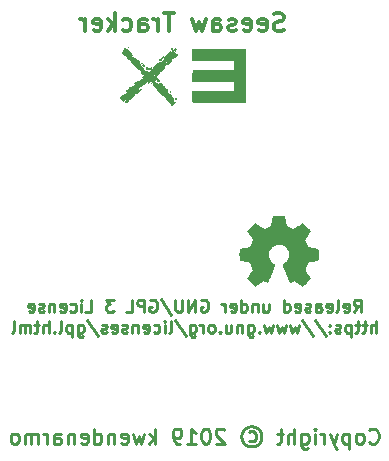
<source format=gbo>
G04 #@! TF.FileFunction,Legend,Bot*
%FSLAX46Y46*%
G04 Gerber Fmt 4.6, Leading zero omitted, Abs format (unit mm)*
G04 Created by KiCad (PCBNEW 4.0.7-e2-6376~61~ubuntu18.04.1) date Thu Dec  5 21:04:39 2019*
%MOMM*%
%LPD*%
G01*
G04 APERTURE LIST*
%ADD10C,0.100000*%
%ADD11C,0.304800*%
%ADD12C,0.254000*%
%ADD13C,0.010000*%
G04 APERTURE END LIST*
D10*
D11*
X33455429Y-26524857D02*
X33237715Y-26597429D01*
X32874858Y-26597429D01*
X32729715Y-26524857D01*
X32657144Y-26452286D01*
X32584572Y-26307143D01*
X32584572Y-26162000D01*
X32657144Y-26016857D01*
X32729715Y-25944286D01*
X32874858Y-25871714D01*
X33165144Y-25799143D01*
X33310286Y-25726571D01*
X33382858Y-25654000D01*
X33455429Y-25508857D01*
X33455429Y-25363714D01*
X33382858Y-25218571D01*
X33310286Y-25146000D01*
X33165144Y-25073429D01*
X32802286Y-25073429D01*
X32584572Y-25146000D01*
X31350857Y-26524857D02*
X31496000Y-26597429D01*
X31786286Y-26597429D01*
X31931429Y-26524857D01*
X32004000Y-26379714D01*
X32004000Y-25799143D01*
X31931429Y-25654000D01*
X31786286Y-25581429D01*
X31496000Y-25581429D01*
X31350857Y-25654000D01*
X31278286Y-25799143D01*
X31278286Y-25944286D01*
X32004000Y-26089429D01*
X30044571Y-26524857D02*
X30189714Y-26597429D01*
X30480000Y-26597429D01*
X30625143Y-26524857D01*
X30697714Y-26379714D01*
X30697714Y-25799143D01*
X30625143Y-25654000D01*
X30480000Y-25581429D01*
X30189714Y-25581429D01*
X30044571Y-25654000D01*
X29972000Y-25799143D01*
X29972000Y-25944286D01*
X30697714Y-26089429D01*
X29391428Y-26524857D02*
X29246285Y-26597429D01*
X28956000Y-26597429D01*
X28810857Y-26524857D01*
X28738285Y-26379714D01*
X28738285Y-26307143D01*
X28810857Y-26162000D01*
X28956000Y-26089429D01*
X29173714Y-26089429D01*
X29318857Y-26016857D01*
X29391428Y-25871714D01*
X29391428Y-25799143D01*
X29318857Y-25654000D01*
X29173714Y-25581429D01*
X28956000Y-25581429D01*
X28810857Y-25654000D01*
X27432000Y-26597429D02*
X27432000Y-25799143D01*
X27504571Y-25654000D01*
X27649714Y-25581429D01*
X27940000Y-25581429D01*
X28085143Y-25654000D01*
X27432000Y-26524857D02*
X27577143Y-26597429D01*
X27940000Y-26597429D01*
X28085143Y-26524857D01*
X28157714Y-26379714D01*
X28157714Y-26234571D01*
X28085143Y-26089429D01*
X27940000Y-26016857D01*
X27577143Y-26016857D01*
X27432000Y-25944286D01*
X26851429Y-25581429D02*
X26561143Y-26597429D01*
X26270857Y-25871714D01*
X25980572Y-26597429D01*
X25690286Y-25581429D01*
X24166286Y-25073429D02*
X23295429Y-25073429D01*
X23730858Y-26597429D02*
X23730858Y-25073429D01*
X22787429Y-26597429D02*
X22787429Y-25581429D01*
X22787429Y-25871714D02*
X22714857Y-25726571D01*
X22642286Y-25654000D01*
X22497143Y-25581429D01*
X22352000Y-25581429D01*
X21190857Y-26597429D02*
X21190857Y-25799143D01*
X21263428Y-25654000D01*
X21408571Y-25581429D01*
X21698857Y-25581429D01*
X21844000Y-25654000D01*
X21190857Y-26524857D02*
X21336000Y-26597429D01*
X21698857Y-26597429D01*
X21844000Y-26524857D01*
X21916571Y-26379714D01*
X21916571Y-26234571D01*
X21844000Y-26089429D01*
X21698857Y-26016857D01*
X21336000Y-26016857D01*
X21190857Y-25944286D01*
X19812000Y-26524857D02*
X19957143Y-26597429D01*
X20247429Y-26597429D01*
X20392571Y-26524857D01*
X20465143Y-26452286D01*
X20537714Y-26307143D01*
X20537714Y-25871714D01*
X20465143Y-25726571D01*
X20392571Y-25654000D01*
X20247429Y-25581429D01*
X19957143Y-25581429D01*
X19812000Y-25654000D01*
X19158857Y-26597429D02*
X19158857Y-25073429D01*
X19013714Y-26016857D02*
X18578285Y-26597429D01*
X18578285Y-25581429D02*
X19158857Y-26162000D01*
X17344571Y-26524857D02*
X17489714Y-26597429D01*
X17780000Y-26597429D01*
X17925143Y-26524857D01*
X17997714Y-26379714D01*
X17997714Y-25799143D01*
X17925143Y-25654000D01*
X17780000Y-25581429D01*
X17489714Y-25581429D01*
X17344571Y-25654000D01*
X17272000Y-25799143D01*
X17272000Y-25944286D01*
X17997714Y-26089429D01*
X16618857Y-26597429D02*
X16618857Y-25581429D01*
X16618857Y-25871714D02*
X16546285Y-25726571D01*
X16473714Y-25654000D01*
X16328571Y-25581429D01*
X16183428Y-25581429D01*
D12*
X40694429Y-61413571D02*
X40754905Y-61474048D01*
X40936334Y-61534524D01*
X41057286Y-61534524D01*
X41238714Y-61474048D01*
X41359667Y-61353095D01*
X41420143Y-61232143D01*
X41480619Y-60990238D01*
X41480619Y-60808810D01*
X41420143Y-60566905D01*
X41359667Y-60445952D01*
X41238714Y-60325000D01*
X41057286Y-60264524D01*
X40936334Y-60264524D01*
X40754905Y-60325000D01*
X40694429Y-60385476D01*
X39968714Y-61534524D02*
X40089667Y-61474048D01*
X40150143Y-61413571D01*
X40210619Y-61292619D01*
X40210619Y-60929762D01*
X40150143Y-60808810D01*
X40089667Y-60748333D01*
X39968714Y-60687857D01*
X39787286Y-60687857D01*
X39666334Y-60748333D01*
X39605857Y-60808810D01*
X39545381Y-60929762D01*
X39545381Y-61292619D01*
X39605857Y-61413571D01*
X39666334Y-61474048D01*
X39787286Y-61534524D01*
X39968714Y-61534524D01*
X39001095Y-60687857D02*
X39001095Y-61957857D01*
X39001095Y-60748333D02*
X38880143Y-60687857D01*
X38638238Y-60687857D01*
X38517286Y-60748333D01*
X38456809Y-60808810D01*
X38396333Y-60929762D01*
X38396333Y-61292619D01*
X38456809Y-61413571D01*
X38517286Y-61474048D01*
X38638238Y-61534524D01*
X38880143Y-61534524D01*
X39001095Y-61474048D01*
X37972999Y-60687857D02*
X37670618Y-61534524D01*
X37368238Y-60687857D02*
X37670618Y-61534524D01*
X37791571Y-61836905D01*
X37852047Y-61897381D01*
X37972999Y-61957857D01*
X36884428Y-61534524D02*
X36884428Y-60687857D01*
X36884428Y-60929762D02*
X36823952Y-60808810D01*
X36763476Y-60748333D01*
X36642523Y-60687857D01*
X36521571Y-60687857D01*
X36098238Y-61534524D02*
X36098238Y-60687857D01*
X36098238Y-60264524D02*
X36158714Y-60325000D01*
X36098238Y-60385476D01*
X36037762Y-60325000D01*
X36098238Y-60264524D01*
X36098238Y-60385476D01*
X34949190Y-60687857D02*
X34949190Y-61715952D01*
X35009667Y-61836905D01*
X35070143Y-61897381D01*
X35191095Y-61957857D01*
X35372524Y-61957857D01*
X35493476Y-61897381D01*
X34949190Y-61474048D02*
X35070143Y-61534524D01*
X35312047Y-61534524D01*
X35433000Y-61474048D01*
X35493476Y-61413571D01*
X35553952Y-61292619D01*
X35553952Y-60929762D01*
X35493476Y-60808810D01*
X35433000Y-60748333D01*
X35312047Y-60687857D01*
X35070143Y-60687857D01*
X34949190Y-60748333D01*
X34344428Y-61534524D02*
X34344428Y-60264524D01*
X33800142Y-61534524D02*
X33800142Y-60869286D01*
X33860619Y-60748333D01*
X33981571Y-60687857D01*
X34162999Y-60687857D01*
X34283952Y-60748333D01*
X34344428Y-60808810D01*
X33376809Y-60687857D02*
X32892999Y-60687857D01*
X33195380Y-60264524D02*
X33195380Y-61353095D01*
X33134904Y-61474048D01*
X33013951Y-61534524D01*
X32892999Y-61534524D01*
X30473952Y-60566905D02*
X30594904Y-60506429D01*
X30836809Y-60506429D01*
X30957761Y-60566905D01*
X31078714Y-60687857D01*
X31139190Y-60808810D01*
X31139190Y-61050714D01*
X31078714Y-61171667D01*
X30957761Y-61292619D01*
X30836809Y-61353095D01*
X30594904Y-61353095D01*
X30473952Y-61292619D01*
X30715857Y-60083095D02*
X31018238Y-60143571D01*
X31320618Y-60325000D01*
X31502047Y-60627381D01*
X31562523Y-60929762D01*
X31502047Y-61232143D01*
X31320618Y-61534524D01*
X31018238Y-61715952D01*
X30715857Y-61776429D01*
X30413476Y-61715952D01*
X30111095Y-61534524D01*
X29929666Y-61232143D01*
X29869190Y-60929762D01*
X29929666Y-60627381D01*
X30111095Y-60325000D01*
X30413476Y-60143571D01*
X30715857Y-60083095D01*
X28417761Y-60385476D02*
X28357285Y-60325000D01*
X28236333Y-60264524D01*
X27933952Y-60264524D01*
X27812999Y-60325000D01*
X27752523Y-60385476D01*
X27692047Y-60506429D01*
X27692047Y-60627381D01*
X27752523Y-60808810D01*
X28478237Y-61534524D01*
X27692047Y-61534524D01*
X26905856Y-60264524D02*
X26784904Y-60264524D01*
X26663952Y-60325000D01*
X26603475Y-60385476D01*
X26542999Y-60506429D01*
X26482523Y-60748333D01*
X26482523Y-61050714D01*
X26542999Y-61292619D01*
X26603475Y-61413571D01*
X26663952Y-61474048D01*
X26784904Y-61534524D01*
X26905856Y-61534524D01*
X27026809Y-61474048D01*
X27087285Y-61413571D01*
X27147761Y-61292619D01*
X27208237Y-61050714D01*
X27208237Y-60748333D01*
X27147761Y-60506429D01*
X27087285Y-60385476D01*
X27026809Y-60325000D01*
X26905856Y-60264524D01*
X25272999Y-61534524D02*
X25998713Y-61534524D01*
X25635856Y-61534524D02*
X25635856Y-60264524D01*
X25756808Y-60445952D01*
X25877761Y-60566905D01*
X25998713Y-60627381D01*
X24668237Y-61534524D02*
X24426332Y-61534524D01*
X24305380Y-61474048D01*
X24244904Y-61413571D01*
X24123951Y-61232143D01*
X24063475Y-60990238D01*
X24063475Y-60506429D01*
X24123951Y-60385476D01*
X24184427Y-60325000D01*
X24305380Y-60264524D01*
X24547284Y-60264524D01*
X24668237Y-60325000D01*
X24728713Y-60385476D01*
X24789189Y-60506429D01*
X24789189Y-60808810D01*
X24728713Y-60929762D01*
X24668237Y-60990238D01*
X24547284Y-61050714D01*
X24305380Y-61050714D01*
X24184427Y-60990238D01*
X24123951Y-60929762D01*
X24063475Y-60808810D01*
X22551570Y-61534524D02*
X22551570Y-60264524D01*
X22430618Y-61050714D02*
X22067761Y-61534524D01*
X22067761Y-60687857D02*
X22551570Y-61171667D01*
X21644427Y-60687857D02*
X21402523Y-61534524D01*
X21160618Y-60929762D01*
X20918713Y-61534524D01*
X20676808Y-60687857D01*
X19709190Y-61474048D02*
X19830142Y-61534524D01*
X20072047Y-61534524D01*
X20192999Y-61474048D01*
X20253475Y-61353095D01*
X20253475Y-60869286D01*
X20192999Y-60748333D01*
X20072047Y-60687857D01*
X19830142Y-60687857D01*
X19709190Y-60748333D01*
X19648713Y-60869286D01*
X19648713Y-60990238D01*
X20253475Y-61111190D01*
X19104428Y-60687857D02*
X19104428Y-61534524D01*
X19104428Y-60808810D02*
X19043952Y-60748333D01*
X18922999Y-60687857D01*
X18741571Y-60687857D01*
X18620619Y-60748333D01*
X18560142Y-60869286D01*
X18560142Y-61534524D01*
X17411094Y-61534524D02*
X17411094Y-60264524D01*
X17411094Y-61474048D02*
X17532047Y-61534524D01*
X17773951Y-61534524D01*
X17894904Y-61474048D01*
X17955380Y-61413571D01*
X18015856Y-61292619D01*
X18015856Y-60929762D01*
X17955380Y-60808810D01*
X17894904Y-60748333D01*
X17773951Y-60687857D01*
X17532047Y-60687857D01*
X17411094Y-60748333D01*
X16322523Y-61474048D02*
X16443475Y-61534524D01*
X16685380Y-61534524D01*
X16806332Y-61474048D01*
X16866808Y-61353095D01*
X16866808Y-60869286D01*
X16806332Y-60748333D01*
X16685380Y-60687857D01*
X16443475Y-60687857D01*
X16322523Y-60748333D01*
X16262046Y-60869286D01*
X16262046Y-60990238D01*
X16866808Y-61111190D01*
X15717761Y-60687857D02*
X15717761Y-61534524D01*
X15717761Y-60808810D02*
X15657285Y-60748333D01*
X15536332Y-60687857D01*
X15354904Y-60687857D01*
X15233952Y-60748333D01*
X15173475Y-60869286D01*
X15173475Y-61534524D01*
X14024427Y-61534524D02*
X14024427Y-60869286D01*
X14084904Y-60748333D01*
X14205856Y-60687857D01*
X14447761Y-60687857D01*
X14568713Y-60748333D01*
X14024427Y-61474048D02*
X14145380Y-61534524D01*
X14447761Y-61534524D01*
X14568713Y-61474048D01*
X14629189Y-61353095D01*
X14629189Y-61232143D01*
X14568713Y-61111190D01*
X14447761Y-61050714D01*
X14145380Y-61050714D01*
X14024427Y-60990238D01*
X13419665Y-61534524D02*
X13419665Y-60687857D01*
X13419665Y-60929762D02*
X13359189Y-60808810D01*
X13298713Y-60748333D01*
X13177760Y-60687857D01*
X13056808Y-60687857D01*
X12633475Y-61534524D02*
X12633475Y-60687857D01*
X12633475Y-60808810D02*
X12572999Y-60748333D01*
X12452046Y-60687857D01*
X12270618Y-60687857D01*
X12149666Y-60748333D01*
X12089189Y-60869286D01*
X12089189Y-61534524D01*
X12089189Y-60869286D02*
X12028713Y-60748333D01*
X11907761Y-60687857D01*
X11726332Y-60687857D01*
X11605380Y-60748333D01*
X11544904Y-60869286D01*
X11544904Y-61534524D01*
X10758713Y-61534524D02*
X10879666Y-61474048D01*
X10940142Y-61413571D01*
X11000618Y-61292619D01*
X11000618Y-60929762D01*
X10940142Y-60808810D01*
X10879666Y-60748333D01*
X10758713Y-60687857D01*
X10577285Y-60687857D01*
X10456333Y-60748333D01*
X10395856Y-60808810D01*
X10335380Y-60929762D01*
X10335380Y-61292619D01*
X10395856Y-61413571D01*
X10456333Y-61474048D01*
X10577285Y-61534524D01*
X10758713Y-61534524D01*
X39379797Y-50370619D02*
X39727777Y-49886810D01*
X39976334Y-50370619D02*
X39976334Y-49354619D01*
X39578642Y-49354619D01*
X39479220Y-49403000D01*
X39429508Y-49451381D01*
X39379797Y-49548143D01*
X39379797Y-49693286D01*
X39429508Y-49790048D01*
X39479220Y-49838429D01*
X39578642Y-49886810D01*
X39976334Y-49886810D01*
X38534702Y-50322238D02*
X38634125Y-50370619D01*
X38832971Y-50370619D01*
X38932394Y-50322238D01*
X38982105Y-50225476D01*
X38982105Y-49838429D01*
X38932394Y-49741667D01*
X38832971Y-49693286D01*
X38634125Y-49693286D01*
X38534702Y-49741667D01*
X38484991Y-49838429D01*
X38484991Y-49935190D01*
X38982105Y-50031952D01*
X37888454Y-50370619D02*
X37987876Y-50322238D01*
X38037588Y-50225476D01*
X38037588Y-49354619D01*
X37093070Y-50322238D02*
X37192493Y-50370619D01*
X37391339Y-50370619D01*
X37490762Y-50322238D01*
X37540473Y-50225476D01*
X37540473Y-49838429D01*
X37490762Y-49741667D01*
X37391339Y-49693286D01*
X37192493Y-49693286D01*
X37093070Y-49741667D01*
X37043359Y-49838429D01*
X37043359Y-49935190D01*
X37540473Y-50031952D01*
X36148553Y-50370619D02*
X36148553Y-49838429D01*
X36198264Y-49741667D01*
X36297687Y-49693286D01*
X36496533Y-49693286D01*
X36595956Y-49741667D01*
X36148553Y-50322238D02*
X36247976Y-50370619D01*
X36496533Y-50370619D01*
X36595956Y-50322238D01*
X36645667Y-50225476D01*
X36645667Y-50128714D01*
X36595956Y-50031952D01*
X36496533Y-49983571D01*
X36247976Y-49983571D01*
X36148553Y-49935190D01*
X35701150Y-50322238D02*
X35601727Y-50370619D01*
X35402882Y-50370619D01*
X35303459Y-50322238D01*
X35253747Y-50225476D01*
X35253747Y-50177095D01*
X35303459Y-50080333D01*
X35402882Y-50031952D01*
X35552016Y-50031952D01*
X35651439Y-49983571D01*
X35701150Y-49886810D01*
X35701150Y-49838429D01*
X35651439Y-49741667D01*
X35552016Y-49693286D01*
X35402882Y-49693286D01*
X35303459Y-49741667D01*
X34408653Y-50322238D02*
X34508076Y-50370619D01*
X34706922Y-50370619D01*
X34806345Y-50322238D01*
X34856056Y-50225476D01*
X34856056Y-49838429D01*
X34806345Y-49741667D01*
X34706922Y-49693286D01*
X34508076Y-49693286D01*
X34408653Y-49741667D01*
X34358942Y-49838429D01*
X34358942Y-49935190D01*
X34856056Y-50031952D01*
X33464136Y-50370619D02*
X33464136Y-49354619D01*
X33464136Y-50322238D02*
X33563559Y-50370619D01*
X33762405Y-50370619D01*
X33861827Y-50322238D01*
X33911539Y-50273857D01*
X33961250Y-50177095D01*
X33961250Y-49886810D01*
X33911539Y-49790048D01*
X33861827Y-49741667D01*
X33762405Y-49693286D01*
X33563559Y-49693286D01*
X33464136Y-49741667D01*
X31724236Y-49693286D02*
X31724236Y-50370619D01*
X32171639Y-49693286D02*
X32171639Y-50225476D01*
X32121927Y-50322238D01*
X32022505Y-50370619D01*
X31873370Y-50370619D01*
X31773947Y-50322238D01*
X31724236Y-50273857D01*
X31227122Y-49693286D02*
X31227122Y-50370619D01*
X31227122Y-49790048D02*
X31177410Y-49741667D01*
X31077988Y-49693286D01*
X30928853Y-49693286D01*
X30829430Y-49741667D01*
X30779719Y-49838429D01*
X30779719Y-50370619D01*
X29835202Y-50370619D02*
X29835202Y-49354619D01*
X29835202Y-50322238D02*
X29934625Y-50370619D01*
X30133471Y-50370619D01*
X30232893Y-50322238D01*
X30282605Y-50273857D01*
X30332316Y-50177095D01*
X30332316Y-49886810D01*
X30282605Y-49790048D01*
X30232893Y-49741667D01*
X30133471Y-49693286D01*
X29934625Y-49693286D01*
X29835202Y-49741667D01*
X28940396Y-50322238D02*
X29039819Y-50370619D01*
X29238665Y-50370619D01*
X29338088Y-50322238D01*
X29387799Y-50225476D01*
X29387799Y-49838429D01*
X29338088Y-49741667D01*
X29238665Y-49693286D01*
X29039819Y-49693286D01*
X28940396Y-49741667D01*
X28890685Y-49838429D01*
X28890685Y-49935190D01*
X29387799Y-50031952D01*
X28443282Y-50370619D02*
X28443282Y-49693286D01*
X28443282Y-49886810D02*
X28393570Y-49790048D01*
X28343859Y-49741667D01*
X28244436Y-49693286D01*
X28145013Y-49693286D01*
X26454824Y-49403000D02*
X26554247Y-49354619D01*
X26703381Y-49354619D01*
X26852516Y-49403000D01*
X26951938Y-49499762D01*
X27001650Y-49596524D01*
X27051361Y-49790048D01*
X27051361Y-49935190D01*
X27001650Y-50128714D01*
X26951938Y-50225476D01*
X26852516Y-50322238D01*
X26703381Y-50370619D01*
X26603958Y-50370619D01*
X26454824Y-50322238D01*
X26405113Y-50273857D01*
X26405113Y-49935190D01*
X26603958Y-49935190D01*
X25957710Y-50370619D02*
X25957710Y-49354619D01*
X25361173Y-50370619D01*
X25361173Y-49354619D01*
X24864059Y-49354619D02*
X24864059Y-50177095D01*
X24814347Y-50273857D01*
X24764636Y-50322238D01*
X24665213Y-50370619D01*
X24466367Y-50370619D01*
X24366945Y-50322238D01*
X24317233Y-50273857D01*
X24267522Y-50177095D01*
X24267522Y-49354619D01*
X23024736Y-49306238D02*
X23919542Y-50612524D01*
X22129931Y-49403000D02*
X22229354Y-49354619D01*
X22378488Y-49354619D01*
X22527623Y-49403000D01*
X22627045Y-49499762D01*
X22676757Y-49596524D01*
X22726468Y-49790048D01*
X22726468Y-49935190D01*
X22676757Y-50128714D01*
X22627045Y-50225476D01*
X22527623Y-50322238D01*
X22378488Y-50370619D01*
X22279065Y-50370619D01*
X22129931Y-50322238D01*
X22080220Y-50273857D01*
X22080220Y-49935190D01*
X22279065Y-49935190D01*
X21632817Y-50370619D02*
X21632817Y-49354619D01*
X21235125Y-49354619D01*
X21135703Y-49403000D01*
X21085991Y-49451381D01*
X21036280Y-49548143D01*
X21036280Y-49693286D01*
X21085991Y-49790048D01*
X21135703Y-49838429D01*
X21235125Y-49886810D01*
X21632817Y-49886810D01*
X20091763Y-50370619D02*
X20588877Y-50370619D01*
X20588877Y-49354619D01*
X19047823Y-49354619D02*
X18401574Y-49354619D01*
X18749554Y-49741667D01*
X18600420Y-49741667D01*
X18500997Y-49790048D01*
X18451286Y-49838429D01*
X18401574Y-49935190D01*
X18401574Y-50177095D01*
X18451286Y-50273857D01*
X18500997Y-50322238D01*
X18600420Y-50370619D01*
X18898688Y-50370619D01*
X18998111Y-50322238D01*
X19047823Y-50273857D01*
X16661674Y-50370619D02*
X17158788Y-50370619D01*
X17158788Y-49354619D01*
X16313694Y-50370619D02*
X16313694Y-49693286D01*
X16313694Y-49354619D02*
X16363405Y-49403000D01*
X16313694Y-49451381D01*
X16263982Y-49403000D01*
X16313694Y-49354619D01*
X16313694Y-49451381D01*
X15369177Y-50322238D02*
X15468600Y-50370619D01*
X15667446Y-50370619D01*
X15766868Y-50322238D01*
X15816580Y-50273857D01*
X15866291Y-50177095D01*
X15866291Y-49886810D01*
X15816580Y-49790048D01*
X15766868Y-49741667D01*
X15667446Y-49693286D01*
X15468600Y-49693286D01*
X15369177Y-49741667D01*
X14524082Y-50322238D02*
X14623505Y-50370619D01*
X14822351Y-50370619D01*
X14921774Y-50322238D01*
X14971485Y-50225476D01*
X14971485Y-49838429D01*
X14921774Y-49741667D01*
X14822351Y-49693286D01*
X14623505Y-49693286D01*
X14524082Y-49741667D01*
X14474371Y-49838429D01*
X14474371Y-49935190D01*
X14971485Y-50031952D01*
X14026968Y-49693286D02*
X14026968Y-50370619D01*
X14026968Y-49790048D02*
X13977256Y-49741667D01*
X13877834Y-49693286D01*
X13728699Y-49693286D01*
X13629276Y-49741667D01*
X13579565Y-49838429D01*
X13579565Y-50370619D01*
X13132162Y-50322238D02*
X13032739Y-50370619D01*
X12833894Y-50370619D01*
X12734471Y-50322238D01*
X12684759Y-50225476D01*
X12684759Y-50177095D01*
X12734471Y-50080333D01*
X12833894Y-50031952D01*
X12983028Y-50031952D01*
X13082451Y-49983571D01*
X13132162Y-49886810D01*
X13132162Y-49838429D01*
X13082451Y-49741667D01*
X12983028Y-49693286D01*
X12833894Y-49693286D01*
X12734471Y-49741667D01*
X11839665Y-50322238D02*
X11939088Y-50370619D01*
X12137934Y-50370619D01*
X12237357Y-50322238D01*
X12287068Y-50225476D01*
X12287068Y-49838429D01*
X12237357Y-49741667D01*
X12137934Y-49693286D01*
X11939088Y-49693286D01*
X11839665Y-49741667D01*
X11789954Y-49838429D01*
X11789954Y-49935190D01*
X12287068Y-50031952D01*
X41268829Y-52148619D02*
X41268829Y-51132619D01*
X40821426Y-52148619D02*
X40821426Y-51616429D01*
X40871137Y-51519667D01*
X40970560Y-51471286D01*
X41119695Y-51471286D01*
X41219117Y-51519667D01*
X41268829Y-51568048D01*
X40473446Y-51471286D02*
X40075755Y-51471286D01*
X40324312Y-51132619D02*
X40324312Y-52003476D01*
X40274600Y-52100238D01*
X40175178Y-52148619D01*
X40075755Y-52148619D01*
X39876909Y-51471286D02*
X39479218Y-51471286D01*
X39727775Y-51132619D02*
X39727775Y-52003476D01*
X39678063Y-52100238D01*
X39578641Y-52148619D01*
X39479218Y-52148619D01*
X39131238Y-51471286D02*
X39131238Y-52487286D01*
X39131238Y-51519667D02*
X39031815Y-51471286D01*
X38832969Y-51471286D01*
X38733546Y-51519667D01*
X38683835Y-51568048D01*
X38634124Y-51664810D01*
X38634124Y-51955095D01*
X38683835Y-52051857D01*
X38733546Y-52100238D01*
X38832969Y-52148619D01*
X39031815Y-52148619D01*
X39131238Y-52100238D01*
X38236432Y-52100238D02*
X38137009Y-52148619D01*
X37938164Y-52148619D01*
X37838741Y-52100238D01*
X37789029Y-52003476D01*
X37789029Y-51955095D01*
X37838741Y-51858333D01*
X37938164Y-51809952D01*
X38087298Y-51809952D01*
X38186721Y-51761571D01*
X38236432Y-51664810D01*
X38236432Y-51616429D01*
X38186721Y-51519667D01*
X38087298Y-51471286D01*
X37938164Y-51471286D01*
X37838741Y-51519667D01*
X37341627Y-52051857D02*
X37291915Y-52100238D01*
X37341627Y-52148619D01*
X37391338Y-52100238D01*
X37341627Y-52051857D01*
X37341627Y-52148619D01*
X37341627Y-51519667D02*
X37291915Y-51568048D01*
X37341627Y-51616429D01*
X37391338Y-51568048D01*
X37341627Y-51519667D01*
X37341627Y-51616429D01*
X36098841Y-51084238D02*
X36993647Y-52390524D01*
X35005190Y-51084238D02*
X35899996Y-52390524D01*
X34756634Y-51471286D02*
X34557788Y-52148619D01*
X34358942Y-51664810D01*
X34160097Y-52148619D01*
X33961251Y-51471286D01*
X33662983Y-51471286D02*
X33464137Y-52148619D01*
X33265291Y-51664810D01*
X33066446Y-52148619D01*
X32867600Y-51471286D01*
X32569332Y-51471286D02*
X32370486Y-52148619D01*
X32171640Y-51664810D01*
X31972795Y-52148619D01*
X31773949Y-51471286D01*
X31376258Y-52051857D02*
X31326546Y-52100238D01*
X31376258Y-52148619D01*
X31425969Y-52100238D01*
X31376258Y-52051857D01*
X31376258Y-52148619D01*
X30431741Y-51471286D02*
X30431741Y-52293762D01*
X30481452Y-52390524D01*
X30531164Y-52438905D01*
X30630587Y-52487286D01*
X30779721Y-52487286D01*
X30879144Y-52438905D01*
X30431741Y-52100238D02*
X30531164Y-52148619D01*
X30730010Y-52148619D01*
X30829432Y-52100238D01*
X30879144Y-52051857D01*
X30928855Y-51955095D01*
X30928855Y-51664810D01*
X30879144Y-51568048D01*
X30829432Y-51519667D01*
X30730010Y-51471286D01*
X30531164Y-51471286D01*
X30431741Y-51519667D01*
X29934627Y-51471286D02*
X29934627Y-52148619D01*
X29934627Y-51568048D02*
X29884915Y-51519667D01*
X29785493Y-51471286D01*
X29636358Y-51471286D01*
X29536935Y-51519667D01*
X29487224Y-51616429D01*
X29487224Y-52148619D01*
X28542707Y-51471286D02*
X28542707Y-52148619D01*
X28990110Y-51471286D02*
X28990110Y-52003476D01*
X28940398Y-52100238D01*
X28840976Y-52148619D01*
X28691841Y-52148619D01*
X28592418Y-52100238D01*
X28542707Y-52051857D01*
X28045593Y-52051857D02*
X27995881Y-52100238D01*
X28045593Y-52148619D01*
X28095304Y-52100238D01*
X28045593Y-52051857D01*
X28045593Y-52148619D01*
X27399345Y-52148619D02*
X27498767Y-52100238D01*
X27548479Y-52051857D01*
X27598190Y-51955095D01*
X27598190Y-51664810D01*
X27548479Y-51568048D01*
X27498767Y-51519667D01*
X27399345Y-51471286D01*
X27250210Y-51471286D01*
X27150787Y-51519667D01*
X27101076Y-51568048D01*
X27051365Y-51664810D01*
X27051365Y-51955095D01*
X27101076Y-52051857D01*
X27150787Y-52100238D01*
X27250210Y-52148619D01*
X27399345Y-52148619D01*
X26603962Y-52148619D02*
X26603962Y-51471286D01*
X26603962Y-51664810D02*
X26554250Y-51568048D01*
X26504539Y-51519667D01*
X26405116Y-51471286D01*
X26305693Y-51471286D01*
X25510310Y-51471286D02*
X25510310Y-52293762D01*
X25560021Y-52390524D01*
X25609733Y-52438905D01*
X25709156Y-52487286D01*
X25858290Y-52487286D01*
X25957713Y-52438905D01*
X25510310Y-52100238D02*
X25609733Y-52148619D01*
X25808579Y-52148619D01*
X25908001Y-52100238D01*
X25957713Y-52051857D01*
X26007424Y-51955095D01*
X26007424Y-51664810D01*
X25957713Y-51568048D01*
X25908001Y-51519667D01*
X25808579Y-51471286D01*
X25609733Y-51471286D01*
X25510310Y-51519667D01*
X24267524Y-51084238D02*
X25162330Y-52390524D01*
X23770411Y-52148619D02*
X23869833Y-52100238D01*
X23919545Y-52003476D01*
X23919545Y-51132619D01*
X23372719Y-52148619D02*
X23372719Y-51471286D01*
X23372719Y-51132619D02*
X23422430Y-51181000D01*
X23372719Y-51229381D01*
X23323007Y-51181000D01*
X23372719Y-51132619D01*
X23372719Y-51229381D01*
X22428202Y-52100238D02*
X22527625Y-52148619D01*
X22726471Y-52148619D01*
X22825893Y-52100238D01*
X22875605Y-52051857D01*
X22925316Y-51955095D01*
X22925316Y-51664810D01*
X22875605Y-51568048D01*
X22825893Y-51519667D01*
X22726471Y-51471286D01*
X22527625Y-51471286D01*
X22428202Y-51519667D01*
X21583107Y-52100238D02*
X21682530Y-52148619D01*
X21881376Y-52148619D01*
X21980799Y-52100238D01*
X22030510Y-52003476D01*
X22030510Y-51616429D01*
X21980799Y-51519667D01*
X21881376Y-51471286D01*
X21682530Y-51471286D01*
X21583107Y-51519667D01*
X21533396Y-51616429D01*
X21533396Y-51713190D01*
X22030510Y-51809952D01*
X21085993Y-51471286D02*
X21085993Y-52148619D01*
X21085993Y-51568048D02*
X21036281Y-51519667D01*
X20936859Y-51471286D01*
X20787724Y-51471286D01*
X20688301Y-51519667D01*
X20638590Y-51616429D01*
X20638590Y-52148619D01*
X20191187Y-52100238D02*
X20091764Y-52148619D01*
X19892919Y-52148619D01*
X19793496Y-52100238D01*
X19743784Y-52003476D01*
X19743784Y-51955095D01*
X19793496Y-51858333D01*
X19892919Y-51809952D01*
X20042053Y-51809952D01*
X20141476Y-51761571D01*
X20191187Y-51664810D01*
X20191187Y-51616429D01*
X20141476Y-51519667D01*
X20042053Y-51471286D01*
X19892919Y-51471286D01*
X19793496Y-51519667D01*
X18898690Y-52100238D02*
X18998113Y-52148619D01*
X19196959Y-52148619D01*
X19296382Y-52100238D01*
X19346093Y-52003476D01*
X19346093Y-51616429D01*
X19296382Y-51519667D01*
X19196959Y-51471286D01*
X18998113Y-51471286D01*
X18898690Y-51519667D01*
X18848979Y-51616429D01*
X18848979Y-51713190D01*
X19346093Y-51809952D01*
X18451287Y-52100238D02*
X18351864Y-52148619D01*
X18153019Y-52148619D01*
X18053596Y-52100238D01*
X18003884Y-52003476D01*
X18003884Y-51955095D01*
X18053596Y-51858333D01*
X18153019Y-51809952D01*
X18302153Y-51809952D01*
X18401576Y-51761571D01*
X18451287Y-51664810D01*
X18451287Y-51616429D01*
X18401576Y-51519667D01*
X18302153Y-51471286D01*
X18153019Y-51471286D01*
X18053596Y-51519667D01*
X16810810Y-51084238D02*
X17705616Y-52390524D01*
X16015428Y-51471286D02*
X16015428Y-52293762D01*
X16065139Y-52390524D01*
X16114851Y-52438905D01*
X16214274Y-52487286D01*
X16363408Y-52487286D01*
X16462831Y-52438905D01*
X16015428Y-52100238D02*
X16114851Y-52148619D01*
X16313697Y-52148619D01*
X16413119Y-52100238D01*
X16462831Y-52051857D01*
X16512542Y-51955095D01*
X16512542Y-51664810D01*
X16462831Y-51568048D01*
X16413119Y-51519667D01*
X16313697Y-51471286D01*
X16114851Y-51471286D01*
X16015428Y-51519667D01*
X15518314Y-51471286D02*
X15518314Y-52487286D01*
X15518314Y-51519667D02*
X15418891Y-51471286D01*
X15220045Y-51471286D01*
X15120622Y-51519667D01*
X15070911Y-51568048D01*
X15021200Y-51664810D01*
X15021200Y-51955095D01*
X15070911Y-52051857D01*
X15120622Y-52100238D01*
X15220045Y-52148619D01*
X15418891Y-52148619D01*
X15518314Y-52100238D01*
X14424663Y-52148619D02*
X14524085Y-52100238D01*
X14573797Y-52003476D01*
X14573797Y-51132619D01*
X14026971Y-52051857D02*
X13977259Y-52100238D01*
X14026971Y-52148619D01*
X14076682Y-52100238D01*
X14026971Y-52051857D01*
X14026971Y-52148619D01*
X13529857Y-52148619D02*
X13529857Y-51132619D01*
X13082454Y-52148619D02*
X13082454Y-51616429D01*
X13132165Y-51519667D01*
X13231588Y-51471286D01*
X13380723Y-51471286D01*
X13480145Y-51519667D01*
X13529857Y-51568048D01*
X12734474Y-51471286D02*
X12336783Y-51471286D01*
X12585340Y-51132619D02*
X12585340Y-52003476D01*
X12535628Y-52100238D01*
X12436206Y-52148619D01*
X12336783Y-52148619D01*
X11988803Y-52148619D02*
X11988803Y-51471286D01*
X11988803Y-51568048D02*
X11939091Y-51519667D01*
X11839669Y-51471286D01*
X11690534Y-51471286D01*
X11591111Y-51519667D01*
X11541400Y-51616429D01*
X11541400Y-52148619D01*
X11541400Y-51616429D02*
X11491689Y-51519667D01*
X11392266Y-51471286D01*
X11243131Y-51471286D01*
X11143709Y-51519667D01*
X11093997Y-51616429D01*
X11093997Y-52148619D01*
X10447749Y-52148619D02*
X10547171Y-52100238D01*
X10596883Y-52003476D01*
X10596883Y-51132619D01*
D13*
G36*
X32464186Y-42680931D02*
X32380365Y-43125555D01*
X32071080Y-43253053D01*
X31761794Y-43380551D01*
X31390754Y-43128246D01*
X31286843Y-43057996D01*
X31192913Y-42995272D01*
X31113348Y-42942938D01*
X31052530Y-42903857D01*
X31014843Y-42880893D01*
X31004579Y-42875942D01*
X30986090Y-42888676D01*
X30946580Y-42923882D01*
X30890478Y-42977062D01*
X30822213Y-43043718D01*
X30746214Y-43119354D01*
X30666908Y-43199472D01*
X30588725Y-43279574D01*
X30516093Y-43355164D01*
X30453441Y-43421745D01*
X30405197Y-43474818D01*
X30375790Y-43509887D01*
X30368759Y-43521623D01*
X30378877Y-43543260D01*
X30407241Y-43590662D01*
X30450871Y-43659193D01*
X30506782Y-43744215D01*
X30571994Y-43841093D01*
X30609781Y-43896350D01*
X30678657Y-43997248D01*
X30739860Y-44088299D01*
X30790422Y-44164970D01*
X30827372Y-44222728D01*
X30847742Y-44257043D01*
X30850803Y-44264254D01*
X30843864Y-44284748D01*
X30824949Y-44332513D01*
X30796913Y-44400832D01*
X30762609Y-44482989D01*
X30724891Y-44572270D01*
X30686613Y-44661958D01*
X30650630Y-44745338D01*
X30619794Y-44815694D01*
X30596961Y-44866310D01*
X30584983Y-44890471D01*
X30584276Y-44891422D01*
X30565469Y-44896036D01*
X30515382Y-44906328D01*
X30439207Y-44921287D01*
X30342135Y-44939901D01*
X30229357Y-44961159D01*
X30163558Y-44973418D01*
X30043050Y-44996362D01*
X29934203Y-45018195D01*
X29842524Y-45037722D01*
X29773519Y-45053748D01*
X29732696Y-45065079D01*
X29724489Y-45068674D01*
X29716452Y-45093006D01*
X29709967Y-45147959D01*
X29705030Y-45227108D01*
X29701636Y-45324026D01*
X29699782Y-45432287D01*
X29699462Y-45545465D01*
X29700673Y-45657135D01*
X29703410Y-45760868D01*
X29707669Y-45850241D01*
X29713445Y-45918826D01*
X29720733Y-45960197D01*
X29725105Y-45968810D01*
X29751236Y-45979133D01*
X29806607Y-45993892D01*
X29883893Y-46011352D01*
X29975770Y-46029780D01*
X30007842Y-46035741D01*
X30162476Y-46064066D01*
X30284625Y-46086876D01*
X30378327Y-46105080D01*
X30447616Y-46119583D01*
X30496529Y-46131292D01*
X30529103Y-46141115D01*
X30549372Y-46149956D01*
X30561374Y-46158724D01*
X30563053Y-46160457D01*
X30579816Y-46188371D01*
X30605386Y-46242695D01*
X30637212Y-46316777D01*
X30672740Y-46403965D01*
X30709417Y-46497608D01*
X30744689Y-46591052D01*
X30776004Y-46677647D01*
X30800807Y-46750740D01*
X30816546Y-46803678D01*
X30820668Y-46829811D01*
X30820324Y-46830726D01*
X30806359Y-46852086D01*
X30774678Y-46899084D01*
X30728609Y-46966827D01*
X30671482Y-47050423D01*
X30606627Y-47144982D01*
X30588157Y-47171854D01*
X30522301Y-47269275D01*
X30464350Y-47358163D01*
X30417462Y-47433412D01*
X30384793Y-47489920D01*
X30369500Y-47522581D01*
X30368759Y-47526593D01*
X30381608Y-47547684D01*
X30417112Y-47589464D01*
X30470707Y-47647445D01*
X30537829Y-47717135D01*
X30613913Y-47794045D01*
X30694396Y-47873683D01*
X30774713Y-47951561D01*
X30850301Y-48023186D01*
X30916595Y-48084070D01*
X30969031Y-48129721D01*
X31003045Y-48155650D01*
X31012455Y-48159883D01*
X31034357Y-48149912D01*
X31079200Y-48123020D01*
X31139679Y-48083736D01*
X31186211Y-48052117D01*
X31270525Y-47994098D01*
X31370374Y-47925784D01*
X31470527Y-47857579D01*
X31524373Y-47821075D01*
X31706629Y-47697800D01*
X31859619Y-47780520D01*
X31929318Y-47816759D01*
X31988586Y-47844926D01*
X32028689Y-47860991D01*
X32038897Y-47863226D01*
X32051171Y-47846722D01*
X32075387Y-47800082D01*
X32109737Y-47727609D01*
X32152412Y-47633606D01*
X32201606Y-47522374D01*
X32255510Y-47398215D01*
X32312316Y-47265432D01*
X32370218Y-47128327D01*
X32427407Y-46991202D01*
X32482076Y-46858358D01*
X32532416Y-46734098D01*
X32576620Y-46622725D01*
X32612881Y-46528539D01*
X32639391Y-46455844D01*
X32654342Y-46408941D01*
X32656746Y-46392833D01*
X32637689Y-46372286D01*
X32595964Y-46338933D01*
X32540294Y-46299702D01*
X32535622Y-46296599D01*
X32391736Y-46181423D01*
X32275717Y-46047053D01*
X32188570Y-45897784D01*
X32131301Y-45737913D01*
X32104914Y-45571737D01*
X32110415Y-45403552D01*
X32148810Y-45237655D01*
X32221105Y-45078342D01*
X32242374Y-45043487D01*
X32353004Y-44902737D01*
X32483698Y-44789714D01*
X32629936Y-44705003D01*
X32787192Y-44649194D01*
X32950943Y-44622874D01*
X33116667Y-44626630D01*
X33279838Y-44661050D01*
X33435935Y-44726723D01*
X33580433Y-44824235D01*
X33625131Y-44863813D01*
X33738888Y-44987703D01*
X33821782Y-45118124D01*
X33878644Y-45264315D01*
X33910313Y-45409088D01*
X33918131Y-45571860D01*
X33892062Y-45735440D01*
X33834755Y-45894298D01*
X33748856Y-46042906D01*
X33637014Y-46175735D01*
X33501877Y-46287256D01*
X33484117Y-46299011D01*
X33427850Y-46337508D01*
X33385077Y-46370863D01*
X33364628Y-46392160D01*
X33364331Y-46392833D01*
X33368721Y-46415871D01*
X33386124Y-46468157D01*
X33414732Y-46545390D01*
X33452735Y-46643268D01*
X33498326Y-46757491D01*
X33549697Y-46883758D01*
X33605038Y-47017767D01*
X33662542Y-47155218D01*
X33720399Y-47291808D01*
X33776802Y-47423237D01*
X33829942Y-47545205D01*
X33878010Y-47653409D01*
X33919199Y-47743549D01*
X33951699Y-47811323D01*
X33973703Y-47852430D01*
X33982564Y-47863226D01*
X34009640Y-47854819D01*
X34060303Y-47832272D01*
X34125817Y-47799613D01*
X34161841Y-47780520D01*
X34314832Y-47697800D01*
X34497088Y-47821075D01*
X34590125Y-47884228D01*
X34691985Y-47953727D01*
X34787438Y-48019165D01*
X34835250Y-48052117D01*
X34902495Y-48097273D01*
X34959436Y-48133057D01*
X34998646Y-48154938D01*
X35011381Y-48159563D01*
X35029917Y-48147085D01*
X35070941Y-48112252D01*
X35130475Y-48058678D01*
X35204542Y-47989983D01*
X35289165Y-47909781D01*
X35342685Y-47858286D01*
X35436319Y-47766286D01*
X35517241Y-47683999D01*
X35582177Y-47614945D01*
X35627858Y-47562644D01*
X35651011Y-47530616D01*
X35653232Y-47524116D01*
X35642924Y-47499394D01*
X35614439Y-47449405D01*
X35570937Y-47379212D01*
X35515577Y-47293875D01*
X35451520Y-47198456D01*
X35433303Y-47171854D01*
X35366927Y-47075167D01*
X35307378Y-46988117D01*
X35257984Y-46915595D01*
X35222075Y-46862493D01*
X35202981Y-46833703D01*
X35201136Y-46830726D01*
X35203895Y-46807782D01*
X35218538Y-46757336D01*
X35242513Y-46686041D01*
X35273266Y-46600547D01*
X35308244Y-46507507D01*
X35344893Y-46413574D01*
X35380661Y-46325399D01*
X35412994Y-46249634D01*
X35439338Y-46192931D01*
X35457142Y-46161943D01*
X35458407Y-46160457D01*
X35469294Y-46151601D01*
X35487682Y-46142843D01*
X35517606Y-46133277D01*
X35563103Y-46121996D01*
X35628209Y-46108093D01*
X35716961Y-46090663D01*
X35833393Y-46068798D01*
X35981542Y-46041591D01*
X36013618Y-46035741D01*
X36108686Y-46017374D01*
X36191565Y-45999405D01*
X36254930Y-45983569D01*
X36291458Y-45971600D01*
X36296356Y-45968810D01*
X36304427Y-45944072D01*
X36310987Y-45888790D01*
X36316033Y-45809389D01*
X36319559Y-45712296D01*
X36321561Y-45603938D01*
X36322036Y-45490740D01*
X36320977Y-45379128D01*
X36318382Y-45275529D01*
X36314246Y-45186368D01*
X36308563Y-45118072D01*
X36301331Y-45077066D01*
X36296971Y-45068674D01*
X36272698Y-45060208D01*
X36217426Y-45046435D01*
X36136662Y-45028550D01*
X36035912Y-45007748D01*
X35920683Y-44985223D01*
X35857902Y-44973418D01*
X35738787Y-44951151D01*
X35632565Y-44930979D01*
X35544427Y-44913915D01*
X35479566Y-44900969D01*
X35443174Y-44893155D01*
X35437184Y-44891422D01*
X35427061Y-44871890D01*
X35405662Y-44824843D01*
X35375839Y-44757003D01*
X35340445Y-44675091D01*
X35302332Y-44585828D01*
X35264353Y-44495935D01*
X35229360Y-44412135D01*
X35200206Y-44341147D01*
X35179743Y-44289694D01*
X35170823Y-44264497D01*
X35170657Y-44263396D01*
X35180769Y-44243519D01*
X35209117Y-44197777D01*
X35252723Y-44130717D01*
X35308606Y-44046884D01*
X35373787Y-43950826D01*
X35411679Y-43895650D01*
X35480725Y-43794481D01*
X35542050Y-43702630D01*
X35592663Y-43624744D01*
X35629571Y-43565469D01*
X35649782Y-43529451D01*
X35652701Y-43521377D01*
X35640153Y-43502584D01*
X35605463Y-43462457D01*
X35553063Y-43405493D01*
X35487384Y-43336185D01*
X35412856Y-43259031D01*
X35333913Y-43178525D01*
X35254983Y-43099163D01*
X35180500Y-43025440D01*
X35114894Y-42961852D01*
X35062596Y-42912894D01*
X35028039Y-42883061D01*
X35016478Y-42875942D01*
X34997654Y-42885953D01*
X34952631Y-42914078D01*
X34885787Y-42957454D01*
X34801499Y-43013218D01*
X34704144Y-43078506D01*
X34630707Y-43128246D01*
X34259667Y-43380551D01*
X33641095Y-43125555D01*
X33557275Y-42680931D01*
X33473454Y-42236307D01*
X32548006Y-42236307D01*
X32464186Y-42680931D01*
X32464186Y-42680931D01*
G37*
X32464186Y-42680931D02*
X32380365Y-43125555D01*
X32071080Y-43253053D01*
X31761794Y-43380551D01*
X31390754Y-43128246D01*
X31286843Y-43057996D01*
X31192913Y-42995272D01*
X31113348Y-42942938D01*
X31052530Y-42903857D01*
X31014843Y-42880893D01*
X31004579Y-42875942D01*
X30986090Y-42888676D01*
X30946580Y-42923882D01*
X30890478Y-42977062D01*
X30822213Y-43043718D01*
X30746214Y-43119354D01*
X30666908Y-43199472D01*
X30588725Y-43279574D01*
X30516093Y-43355164D01*
X30453441Y-43421745D01*
X30405197Y-43474818D01*
X30375790Y-43509887D01*
X30368759Y-43521623D01*
X30378877Y-43543260D01*
X30407241Y-43590662D01*
X30450871Y-43659193D01*
X30506782Y-43744215D01*
X30571994Y-43841093D01*
X30609781Y-43896350D01*
X30678657Y-43997248D01*
X30739860Y-44088299D01*
X30790422Y-44164970D01*
X30827372Y-44222728D01*
X30847742Y-44257043D01*
X30850803Y-44264254D01*
X30843864Y-44284748D01*
X30824949Y-44332513D01*
X30796913Y-44400832D01*
X30762609Y-44482989D01*
X30724891Y-44572270D01*
X30686613Y-44661958D01*
X30650630Y-44745338D01*
X30619794Y-44815694D01*
X30596961Y-44866310D01*
X30584983Y-44890471D01*
X30584276Y-44891422D01*
X30565469Y-44896036D01*
X30515382Y-44906328D01*
X30439207Y-44921287D01*
X30342135Y-44939901D01*
X30229357Y-44961159D01*
X30163558Y-44973418D01*
X30043050Y-44996362D01*
X29934203Y-45018195D01*
X29842524Y-45037722D01*
X29773519Y-45053748D01*
X29732696Y-45065079D01*
X29724489Y-45068674D01*
X29716452Y-45093006D01*
X29709967Y-45147959D01*
X29705030Y-45227108D01*
X29701636Y-45324026D01*
X29699782Y-45432287D01*
X29699462Y-45545465D01*
X29700673Y-45657135D01*
X29703410Y-45760868D01*
X29707669Y-45850241D01*
X29713445Y-45918826D01*
X29720733Y-45960197D01*
X29725105Y-45968810D01*
X29751236Y-45979133D01*
X29806607Y-45993892D01*
X29883893Y-46011352D01*
X29975770Y-46029780D01*
X30007842Y-46035741D01*
X30162476Y-46064066D01*
X30284625Y-46086876D01*
X30378327Y-46105080D01*
X30447616Y-46119583D01*
X30496529Y-46131292D01*
X30529103Y-46141115D01*
X30549372Y-46149956D01*
X30561374Y-46158724D01*
X30563053Y-46160457D01*
X30579816Y-46188371D01*
X30605386Y-46242695D01*
X30637212Y-46316777D01*
X30672740Y-46403965D01*
X30709417Y-46497608D01*
X30744689Y-46591052D01*
X30776004Y-46677647D01*
X30800807Y-46750740D01*
X30816546Y-46803678D01*
X30820668Y-46829811D01*
X30820324Y-46830726D01*
X30806359Y-46852086D01*
X30774678Y-46899084D01*
X30728609Y-46966827D01*
X30671482Y-47050423D01*
X30606627Y-47144982D01*
X30588157Y-47171854D01*
X30522301Y-47269275D01*
X30464350Y-47358163D01*
X30417462Y-47433412D01*
X30384793Y-47489920D01*
X30369500Y-47522581D01*
X30368759Y-47526593D01*
X30381608Y-47547684D01*
X30417112Y-47589464D01*
X30470707Y-47647445D01*
X30537829Y-47717135D01*
X30613913Y-47794045D01*
X30694396Y-47873683D01*
X30774713Y-47951561D01*
X30850301Y-48023186D01*
X30916595Y-48084070D01*
X30969031Y-48129721D01*
X31003045Y-48155650D01*
X31012455Y-48159883D01*
X31034357Y-48149912D01*
X31079200Y-48123020D01*
X31139679Y-48083736D01*
X31186211Y-48052117D01*
X31270525Y-47994098D01*
X31370374Y-47925784D01*
X31470527Y-47857579D01*
X31524373Y-47821075D01*
X31706629Y-47697800D01*
X31859619Y-47780520D01*
X31929318Y-47816759D01*
X31988586Y-47844926D01*
X32028689Y-47860991D01*
X32038897Y-47863226D01*
X32051171Y-47846722D01*
X32075387Y-47800082D01*
X32109737Y-47727609D01*
X32152412Y-47633606D01*
X32201606Y-47522374D01*
X32255510Y-47398215D01*
X32312316Y-47265432D01*
X32370218Y-47128327D01*
X32427407Y-46991202D01*
X32482076Y-46858358D01*
X32532416Y-46734098D01*
X32576620Y-46622725D01*
X32612881Y-46528539D01*
X32639391Y-46455844D01*
X32654342Y-46408941D01*
X32656746Y-46392833D01*
X32637689Y-46372286D01*
X32595964Y-46338933D01*
X32540294Y-46299702D01*
X32535622Y-46296599D01*
X32391736Y-46181423D01*
X32275717Y-46047053D01*
X32188570Y-45897784D01*
X32131301Y-45737913D01*
X32104914Y-45571737D01*
X32110415Y-45403552D01*
X32148810Y-45237655D01*
X32221105Y-45078342D01*
X32242374Y-45043487D01*
X32353004Y-44902737D01*
X32483698Y-44789714D01*
X32629936Y-44705003D01*
X32787192Y-44649194D01*
X32950943Y-44622874D01*
X33116667Y-44626630D01*
X33279838Y-44661050D01*
X33435935Y-44726723D01*
X33580433Y-44824235D01*
X33625131Y-44863813D01*
X33738888Y-44987703D01*
X33821782Y-45118124D01*
X33878644Y-45264315D01*
X33910313Y-45409088D01*
X33918131Y-45571860D01*
X33892062Y-45735440D01*
X33834755Y-45894298D01*
X33748856Y-46042906D01*
X33637014Y-46175735D01*
X33501877Y-46287256D01*
X33484117Y-46299011D01*
X33427850Y-46337508D01*
X33385077Y-46370863D01*
X33364628Y-46392160D01*
X33364331Y-46392833D01*
X33368721Y-46415871D01*
X33386124Y-46468157D01*
X33414732Y-46545390D01*
X33452735Y-46643268D01*
X33498326Y-46757491D01*
X33549697Y-46883758D01*
X33605038Y-47017767D01*
X33662542Y-47155218D01*
X33720399Y-47291808D01*
X33776802Y-47423237D01*
X33829942Y-47545205D01*
X33878010Y-47653409D01*
X33919199Y-47743549D01*
X33951699Y-47811323D01*
X33973703Y-47852430D01*
X33982564Y-47863226D01*
X34009640Y-47854819D01*
X34060303Y-47832272D01*
X34125817Y-47799613D01*
X34161841Y-47780520D01*
X34314832Y-47697800D01*
X34497088Y-47821075D01*
X34590125Y-47884228D01*
X34691985Y-47953727D01*
X34787438Y-48019165D01*
X34835250Y-48052117D01*
X34902495Y-48097273D01*
X34959436Y-48133057D01*
X34998646Y-48154938D01*
X35011381Y-48159563D01*
X35029917Y-48147085D01*
X35070941Y-48112252D01*
X35130475Y-48058678D01*
X35204542Y-47989983D01*
X35289165Y-47909781D01*
X35342685Y-47858286D01*
X35436319Y-47766286D01*
X35517241Y-47683999D01*
X35582177Y-47614945D01*
X35627858Y-47562644D01*
X35651011Y-47530616D01*
X35653232Y-47524116D01*
X35642924Y-47499394D01*
X35614439Y-47449405D01*
X35570937Y-47379212D01*
X35515577Y-47293875D01*
X35451520Y-47198456D01*
X35433303Y-47171854D01*
X35366927Y-47075167D01*
X35307378Y-46988117D01*
X35257984Y-46915595D01*
X35222075Y-46862493D01*
X35202981Y-46833703D01*
X35201136Y-46830726D01*
X35203895Y-46807782D01*
X35218538Y-46757336D01*
X35242513Y-46686041D01*
X35273266Y-46600547D01*
X35308244Y-46507507D01*
X35344893Y-46413574D01*
X35380661Y-46325399D01*
X35412994Y-46249634D01*
X35439338Y-46192931D01*
X35457142Y-46161943D01*
X35458407Y-46160457D01*
X35469294Y-46151601D01*
X35487682Y-46142843D01*
X35517606Y-46133277D01*
X35563103Y-46121996D01*
X35628209Y-46108093D01*
X35716961Y-46090663D01*
X35833393Y-46068798D01*
X35981542Y-46041591D01*
X36013618Y-46035741D01*
X36108686Y-46017374D01*
X36191565Y-45999405D01*
X36254930Y-45983569D01*
X36291458Y-45971600D01*
X36296356Y-45968810D01*
X36304427Y-45944072D01*
X36310987Y-45888790D01*
X36316033Y-45809389D01*
X36319559Y-45712296D01*
X36321561Y-45603938D01*
X36322036Y-45490740D01*
X36320977Y-45379128D01*
X36318382Y-45275529D01*
X36314246Y-45186368D01*
X36308563Y-45118072D01*
X36301331Y-45077066D01*
X36296971Y-45068674D01*
X36272698Y-45060208D01*
X36217426Y-45046435D01*
X36136662Y-45028550D01*
X36035912Y-45007748D01*
X35920683Y-44985223D01*
X35857902Y-44973418D01*
X35738787Y-44951151D01*
X35632565Y-44930979D01*
X35544427Y-44913915D01*
X35479566Y-44900969D01*
X35443174Y-44893155D01*
X35437184Y-44891422D01*
X35427061Y-44871890D01*
X35405662Y-44824843D01*
X35375839Y-44757003D01*
X35340445Y-44675091D01*
X35302332Y-44585828D01*
X35264353Y-44495935D01*
X35229360Y-44412135D01*
X35200206Y-44341147D01*
X35179743Y-44289694D01*
X35170823Y-44264497D01*
X35170657Y-44263396D01*
X35180769Y-44243519D01*
X35209117Y-44197777D01*
X35252723Y-44130717D01*
X35308606Y-44046884D01*
X35373787Y-43950826D01*
X35411679Y-43895650D01*
X35480725Y-43794481D01*
X35542050Y-43702630D01*
X35592663Y-43624744D01*
X35629571Y-43565469D01*
X35649782Y-43529451D01*
X35652701Y-43521377D01*
X35640153Y-43502584D01*
X35605463Y-43462457D01*
X35553063Y-43405493D01*
X35487384Y-43336185D01*
X35412856Y-43259031D01*
X35333913Y-43178525D01*
X35254983Y-43099163D01*
X35180500Y-43025440D01*
X35114894Y-42961852D01*
X35062596Y-42912894D01*
X35028039Y-42883061D01*
X35016478Y-42875942D01*
X34997654Y-42885953D01*
X34952631Y-42914078D01*
X34885787Y-42957454D01*
X34801499Y-43013218D01*
X34704144Y-43078506D01*
X34630707Y-43128246D01*
X34259667Y-43380551D01*
X33641095Y-43125555D01*
X33557275Y-42680931D01*
X33473454Y-42236307D01*
X32548006Y-42236307D01*
X32464186Y-42680931D01*
G36*
X24178519Y-28109446D02*
X24136552Y-28188930D01*
X24072251Y-28226906D01*
X24014004Y-28257551D01*
X23988911Y-28291257D01*
X23988889Y-28292083D01*
X23966497Y-28349810D01*
X23912819Y-28374696D01*
X23851119Y-28358871D01*
X23813554Y-28342576D01*
X23776531Y-28351410D01*
X23725374Y-28391891D01*
X23681788Y-28434083D01*
X23622636Y-28497741D01*
X23586828Y-28545878D01*
X23581386Y-28563671D01*
X23567052Y-28588750D01*
X23517861Y-28632369D01*
X23478597Y-28661255D01*
X23393257Y-28737665D01*
X23324131Y-28830971D01*
X23280813Y-28924911D01*
X23272897Y-29003224D01*
X23273997Y-29008009D01*
X23260451Y-29067711D01*
X23195151Y-29138073D01*
X23120798Y-29189751D01*
X23051051Y-29205694D01*
X22997951Y-29201867D01*
X22926383Y-29198630D01*
X22873621Y-29219799D01*
X22815365Y-29275853D01*
X22808481Y-29283579D01*
X22751045Y-29341389D01*
X22705102Y-29375466D01*
X22693075Y-29379334D01*
X22663739Y-29398098D01*
X22662445Y-29405654D01*
X22639440Y-29435464D01*
X22613056Y-29448264D01*
X22563485Y-29481727D01*
X22510338Y-29540784D01*
X22507223Y-29545154D01*
X22455279Y-29612937D01*
X22384534Y-29697625D01*
X22341774Y-29746024D01*
X22268629Y-29815701D01*
X22220982Y-29835751D01*
X22199490Y-29806282D01*
X22204811Y-29727405D01*
X22205590Y-29723231D01*
X22212051Y-29672343D01*
X22197420Y-29667941D01*
X22173105Y-29686178D01*
X22132163Y-29747638D01*
X22133192Y-29815178D01*
X22153104Y-29846482D01*
X22165568Y-29889719D01*
X22164885Y-29969525D01*
X22159858Y-30014076D01*
X22136111Y-30113695D01*
X22099021Y-30158857D01*
X22045231Y-30150617D01*
X21996646Y-30110759D01*
X21928667Y-30110759D01*
X21911667Y-30139359D01*
X21851977Y-30167315D01*
X21851942Y-30167328D01*
X21854768Y-30147954D01*
X21857082Y-30141334D01*
X21759334Y-30141334D01*
X21749008Y-30164564D01*
X21740519Y-30160148D01*
X21737141Y-30126655D01*
X21740519Y-30122519D01*
X21757297Y-30126393D01*
X21759334Y-30141334D01*
X21857082Y-30141334D01*
X21862017Y-30127222D01*
X21889501Y-30091590D01*
X21918858Y-30087881D01*
X21928667Y-30110759D01*
X21996646Y-30110759D01*
X21971382Y-30090034D01*
X21959076Y-30077250D01*
X21891006Y-30015608D01*
X21832397Y-29992621D01*
X21788124Y-29994119D01*
X21727132Y-29992193D01*
X21667530Y-29960573D01*
X21603641Y-29902856D01*
X21545091Y-29834143D01*
X21516108Y-29778528D01*
X21515820Y-29759604D01*
X21507730Y-29714016D01*
X21478530Y-29682659D01*
X21432945Y-29641900D01*
X21367649Y-29573219D01*
X21308677Y-29505498D01*
X21244043Y-29423405D01*
X21235288Y-29407556D01*
X20828000Y-29407556D01*
X20818371Y-29435044D01*
X20815555Y-29435778D01*
X20791460Y-29416002D01*
X20785667Y-29407556D01*
X20787905Y-29381549D01*
X20798113Y-29379334D01*
X20826852Y-29399820D01*
X20828000Y-29407556D01*
X21235288Y-29407556D01*
X21211173Y-29363902D01*
X21202558Y-29309038D01*
X21207105Y-29262684D01*
X21208609Y-29177358D01*
X21175331Y-29123065D01*
X21098314Y-29089023D01*
X21054383Y-29078888D01*
X20977375Y-29047185D01*
X20947236Y-29005446D01*
X20921069Y-28973164D01*
X20678179Y-28973164D01*
X20673451Y-28983134D01*
X20644534Y-28999919D01*
X20612625Y-28981144D01*
X20588138Y-28941404D01*
X20601027Y-28917685D01*
X20639882Y-28906800D01*
X20672551Y-28931574D01*
X20678179Y-28973164D01*
X20921069Y-28973164D01*
X20914998Y-28965675D01*
X20846749Y-28917561D01*
X20759871Y-28871077D01*
X20671742Y-28836196D01*
X20636097Y-28826900D01*
X20571633Y-28794973D01*
X20529287Y-28740418D01*
X20516981Y-28680797D01*
X20542635Y-28633672D01*
X20547467Y-28630401D01*
X20553905Y-28610216D01*
X20140242Y-28610216D01*
X20131085Y-28627508D01*
X20089389Y-28643551D01*
X20056656Y-28605415D01*
X20055794Y-28603222D01*
X20059852Y-28566763D01*
X20079332Y-28560889D01*
X20124969Y-28576683D01*
X20140242Y-28610216D01*
X20553905Y-28610216D01*
X20556558Y-28601902D01*
X20535352Y-28579346D01*
X20498523Y-28526773D01*
X20484275Y-28478354D01*
X20450744Y-28411353D01*
X20392033Y-28363988D01*
X20317172Y-28304737D01*
X20262058Y-28234856D01*
X20218699Y-28177029D01*
X20162083Y-28155864D01*
X20113456Y-28154794D01*
X20040835Y-28149833D01*
X20001959Y-28121196D01*
X19984604Y-28084238D01*
X19965093Y-28045188D01*
X19955468Y-28054444D01*
X19955340Y-28056502D01*
X19931850Y-28106519D01*
X19894081Y-28141644D01*
X19845337Y-28202614D01*
X19812835Y-28302382D01*
X19812260Y-28305471D01*
X19789469Y-28430103D01*
X20061790Y-28721966D01*
X20185124Y-28850801D01*
X20280310Y-28941706D01*
X20354527Y-29000779D01*
X20414950Y-29034113D01*
X20438753Y-29042126D01*
X20528543Y-29075505D01*
X20564735Y-29114335D01*
X20550136Y-29162000D01*
X20544373Y-29169359D01*
X20534611Y-29195003D01*
X20547402Y-29230997D01*
X20588190Y-29285434D01*
X20662414Y-29366409D01*
X20709547Y-29415068D01*
X20804306Y-29513511D01*
X20892611Y-29607961D01*
X20961217Y-29684139D01*
X20984735Y-29711817D01*
X21049973Y-29775536D01*
X21103911Y-29789988D01*
X21111848Y-29788040D01*
X21169685Y-29796915D01*
X21253581Y-29853097D01*
X21283630Y-29878890D01*
X21378745Y-29964833D01*
X21442582Y-30027162D01*
X21486550Y-30079188D01*
X21522061Y-30134224D01*
X21555698Y-30196336D01*
X21620173Y-30319654D01*
X21545475Y-30397622D01*
X21498312Y-30451956D01*
X21486844Y-30492889D01*
X21506055Y-30546119D01*
X21513529Y-30561287D01*
X21539518Y-30623777D01*
X21535447Y-30660055D01*
X21517062Y-30679533D01*
X21461122Y-30698374D01*
X21408992Y-30694800D01*
X21354476Y-30693419D01*
X21302170Y-30726277D01*
X21260459Y-30770842D01*
X21194139Y-30830311D01*
X21099018Y-30882572D01*
X20965608Y-30931937D01*
X20807310Y-30976846D01*
X20785909Y-31002481D01*
X20796192Y-31041848D01*
X20828696Y-31070045D01*
X20843729Y-31072667D01*
X20888850Y-31050780D01*
X20905972Y-31029188D01*
X20949521Y-30999749D01*
X20977930Y-31003985D01*
X21021601Y-31038094D01*
X21018126Y-31082281D01*
X20974070Y-31129269D01*
X20895998Y-31171780D01*
X20800691Y-31200488D01*
X20711559Y-31236145D01*
X20632624Y-31293681D01*
X20631357Y-31294981D01*
X20554487Y-31351062D01*
X20481172Y-31359963D01*
X20431245Y-31363077D01*
X20378109Y-31389578D01*
X20309544Y-31447164D01*
X20250788Y-31505035D01*
X20174696Y-31583715D01*
X20132436Y-31635206D01*
X20118005Y-31672312D01*
X20125400Y-31707833D01*
X20140825Y-31739528D01*
X20166092Y-31798223D01*
X20157631Y-31835399D01*
X20118993Y-31871359D01*
X20048896Y-31906219D01*
X19996765Y-31908076D01*
X19953663Y-31912067D01*
X19892898Y-31945819D01*
X19806762Y-32014260D01*
X19745623Y-32068617D01*
X19553174Y-32243889D01*
X19655450Y-32362532D01*
X19730516Y-32438135D01*
X19785175Y-32465777D01*
X19803874Y-32463465D01*
X19836556Y-32460612D01*
X19832244Y-32492086D01*
X19823384Y-32541532D01*
X19841864Y-32553549D01*
X19875649Y-32531152D01*
X19912706Y-32477355D01*
X19915744Y-32471171D01*
X19963828Y-32396727D01*
X20010845Y-32371375D01*
X20051174Y-32398022D01*
X20052656Y-32400352D01*
X20051643Y-32442521D01*
X20023955Y-32501410D01*
X19993499Y-32573817D01*
X20000965Y-32628835D01*
X20044057Y-32652923D01*
X20049676Y-32653111D01*
X20134749Y-32633723D01*
X20209992Y-32585459D01*
X20252643Y-32523170D01*
X20253465Y-32520141D01*
X20290134Y-32461639D01*
X20359909Y-32406022D01*
X20372733Y-32398804D01*
X20466497Y-32339953D01*
X20553427Y-32270130D01*
X20599914Y-32222596D01*
X20257878Y-32222596D01*
X20244741Y-32239185D01*
X20199540Y-32258180D01*
X20160144Y-32241858D01*
X20150667Y-32215667D01*
X20164140Y-32195925D01*
X19919028Y-32195925D01*
X19896022Y-32237454D01*
X19860030Y-32274246D01*
X19809836Y-32327526D01*
X19784514Y-32367592D01*
X19783778Y-32372031D01*
X19760902Y-32396062D01*
X19741445Y-32399111D01*
X19705877Y-32376056D01*
X19699544Y-32349722D01*
X19718031Y-32275171D01*
X19778435Y-32222676D01*
X19823544Y-32202532D01*
X19894458Y-32183477D01*
X19919028Y-32195925D01*
X20164140Y-32195925D01*
X20174196Y-32181191D01*
X20207111Y-32173334D01*
X20256278Y-32187457D01*
X20257878Y-32222596D01*
X20599914Y-32222596D01*
X20620880Y-32201159D01*
X20656210Y-32144866D01*
X20658667Y-32131398D01*
X20667580Y-32109450D01*
X20514910Y-32109450D01*
X20506814Y-32136850D01*
X20476364Y-32161328D01*
X20411105Y-32191851D01*
X20366659Y-32175509D01*
X20356662Y-32156317D01*
X20364649Y-32114572D01*
X20388451Y-32073415D01*
X20421820Y-32035711D01*
X20450517Y-32041254D01*
X20480553Y-32069225D01*
X20514910Y-32109450D01*
X20667580Y-32109450D01*
X20674022Y-32093590D01*
X20687346Y-32088667D01*
X20716786Y-32065574D01*
X20753871Y-32008306D01*
X20762827Y-31990521D01*
X20810319Y-31918909D01*
X20881605Y-31871429D01*
X20940083Y-31849046D01*
X20964117Y-31837533D01*
X20624532Y-31837533D01*
X20615453Y-31882839D01*
X20596976Y-31918192D01*
X20585944Y-31900782D01*
X20581249Y-31881847D01*
X20578651Y-31830550D01*
X20584706Y-31815852D01*
X20395260Y-31815852D01*
X20391386Y-31832630D01*
X20376445Y-31834667D01*
X20353215Y-31824341D01*
X20357630Y-31815852D01*
X20391123Y-31812474D01*
X20395260Y-31815852D01*
X20584706Y-31815852D01*
X20585617Y-31813643D01*
X20612503Y-31806916D01*
X20624532Y-31837533D01*
X20964117Y-31837533D01*
X21005011Y-31817944D01*
X21082521Y-31767015D01*
X21163596Y-31704394D01*
X21239220Y-31638215D01*
X21240316Y-31637111D01*
X20785667Y-31637111D01*
X20783429Y-31663118D01*
X20773222Y-31665334D01*
X20744482Y-31644847D01*
X20743334Y-31637111D01*
X20752963Y-31609623D01*
X20755779Y-31608889D01*
X20779875Y-31628665D01*
X20785667Y-31637111D01*
X21240316Y-31637111D01*
X21300377Y-31576612D01*
X21338049Y-31527720D01*
X21343219Y-31499671D01*
X21331436Y-31496000D01*
X21276847Y-31516172D01*
X21250203Y-31539695D01*
X21198213Y-31570897D01*
X21138304Y-31570246D01*
X21095096Y-31540309D01*
X21088360Y-31522801D01*
X21098011Y-31473171D01*
X21132290Y-31403186D01*
X21146002Y-31381690D01*
X21203378Y-31314002D01*
X21264208Y-31286846D01*
X21299469Y-31284334D01*
X21380223Y-31266013D01*
X21463144Y-31205502D01*
X21483358Y-31185556D01*
X21560075Y-31115940D01*
X21638138Y-31058549D01*
X21662487Y-31044445D01*
X21731118Y-31001738D01*
X21778207Y-30959778D01*
X21821969Y-30902850D01*
X21853709Y-30861000D01*
X21884214Y-30825702D01*
X21903832Y-30832045D01*
X21927355Y-30885592D01*
X21928751Y-30889222D01*
X21961274Y-30973889D01*
X22013300Y-30910011D01*
X22055191Y-30852165D01*
X22076482Y-30812665D01*
X22104312Y-30801085D01*
X22159024Y-30821557D01*
X22227723Y-30866084D01*
X22297514Y-30926673D01*
X22342754Y-30977764D01*
X22384426Y-31037914D01*
X22392077Y-31074931D01*
X22369418Y-31107659D01*
X22368514Y-31108566D01*
X22342454Y-31144872D01*
X22358037Y-31178325D01*
X22379682Y-31199178D01*
X22430322Y-31229225D01*
X22463164Y-31228955D01*
X22493613Y-31237595D01*
X22519605Y-31279787D01*
X22563542Y-31349763D01*
X22610974Y-31394707D01*
X22658944Y-31440459D01*
X22676255Y-31477758D01*
X22694533Y-31514559D01*
X22742947Y-31579827D01*
X22812312Y-31661533D01*
X22838834Y-31690700D01*
X22917232Y-31773956D01*
X22965446Y-31819483D01*
X22990662Y-31831855D01*
X23000067Y-31815644D01*
X23001111Y-31793942D01*
X23012426Y-31734530D01*
X23044275Y-31727438D01*
X23086218Y-31764641D01*
X23106012Y-31806137D01*
X23082791Y-31850331D01*
X23074850Y-31859372D01*
X23043541Y-31901270D01*
X23052964Y-31930532D01*
X23075192Y-31950565D01*
X23126368Y-31985233D01*
X23206976Y-32032003D01*
X23265743Y-32063273D01*
X23352710Y-32113309D01*
X23402514Y-32161303D01*
X23431069Y-32224417D01*
X23437895Y-32248961D01*
X23468817Y-32322774D01*
X23530512Y-32415339D01*
X23627806Y-32533333D01*
X23706170Y-32620078D01*
X23798641Y-32718519D01*
X23877629Y-32799735D01*
X23935211Y-32855783D01*
X23963467Y-32878720D01*
X23964302Y-32878889D01*
X23992104Y-32859387D01*
X24042222Y-32809646D01*
X24075270Y-32773056D01*
X24123964Y-32722308D01*
X24010578Y-32722308D01*
X23975426Y-32738313D01*
X23939500Y-32743894D01*
X23870583Y-32746278D01*
X23833737Y-32721176D01*
X23810674Y-32654924D01*
X23808551Y-32646056D01*
X23807040Y-32585782D01*
X23837584Y-32568421D01*
X23895104Y-32594379D01*
X23945102Y-32635181D01*
X24000300Y-32691224D01*
X24010578Y-32722308D01*
X24123964Y-32722308D01*
X24138207Y-32707465D01*
X24193270Y-32661110D01*
X24212249Y-32650232D01*
X24238397Y-32634402D01*
X24213514Y-32618534D01*
X24200556Y-32613922D01*
X24153852Y-32582386D01*
X24104508Y-32527221D01*
X24063394Y-32464713D01*
X24041381Y-32411147D01*
X24047039Y-32383946D01*
X24072400Y-32341567D01*
X24049631Y-32274360D01*
X23978231Y-32180888D01*
X23974778Y-32177050D01*
X23918600Y-32109260D01*
X23882819Y-32055308D01*
X23876000Y-32036333D01*
X23852797Y-32007196D01*
X23793082Y-31965540D01*
X23738280Y-31935163D01*
X23657369Y-31890370D01*
X23613285Y-31848951D01*
X23591092Y-31791781D01*
X23580788Y-31733524D01*
X23561572Y-31623036D01*
X23544364Y-31565646D01*
X23255111Y-31565646D01*
X23236320Y-31602430D01*
X23192858Y-31603587D01*
X23144096Y-31568797D01*
X23143010Y-31567505D01*
X23118597Y-31520813D01*
X23118388Y-31500381D01*
X23147076Y-31486551D01*
X23194448Y-31500474D01*
X23237935Y-31531376D01*
X23255111Y-31565646D01*
X23544364Y-31565646D01*
X23542193Y-31558407D01*
X23518466Y-31529193D01*
X23496900Y-31524222D01*
X23452962Y-31503704D01*
X23398947Y-31455728D01*
X23354755Y-31400667D01*
X23339778Y-31363371D01*
X23318453Y-31327240D01*
X23273552Y-31289766D01*
X23214532Y-31231716D01*
X23172109Y-31161351D01*
X23123192Y-31092544D01*
X23052621Y-31045920D01*
X22978905Y-31029989D01*
X22926030Y-31048201D01*
X22902155Y-31089440D01*
X22923234Y-31123612D01*
X22977827Y-31141297D01*
X23034951Y-31137866D01*
X23091486Y-31129580D01*
X23110430Y-31145690D01*
X23103262Y-31200154D01*
X23099748Y-31216675D01*
X23081615Y-31292205D01*
X23063006Y-31319090D01*
X23031947Y-31303943D01*
X22997656Y-31273060D01*
X22945519Y-31231099D01*
X22909993Y-31213778D01*
X22878713Y-31194854D01*
X22823634Y-31146128D01*
X22778573Y-31100889D01*
X22708104Y-31037590D01*
X22642821Y-30996628D01*
X22611971Y-30988000D01*
X22550766Y-30963982D01*
X22496011Y-30906122D01*
X22466251Y-30835708D01*
X22464889Y-30819176D01*
X22486720Y-30771340D01*
X22521334Y-30740550D01*
X22565569Y-30700772D01*
X22577778Y-30673372D01*
X22598000Y-30632121D01*
X22609227Y-30621111D01*
X22337889Y-30621111D01*
X22331491Y-30645272D01*
X22311333Y-30649334D01*
X22272719Y-30634599D01*
X22267334Y-30621111D01*
X22287590Y-30593697D01*
X22293890Y-30592889D01*
X22332113Y-30613404D01*
X22337889Y-30621111D01*
X22609227Y-30621111D01*
X22627167Y-30603520D01*
X22658928Y-30573702D01*
X22642440Y-30556878D01*
X22611928Y-30547433D01*
X22567421Y-30529537D01*
X22572397Y-30502950D01*
X22591441Y-30480495D01*
X22620437Y-30426862D01*
X22620593Y-30392359D01*
X22635122Y-30360277D01*
X22685323Y-30297939D01*
X22708402Y-30272917D01*
X22562296Y-30272917D01*
X22561115Y-30349338D01*
X22526014Y-30408849D01*
X22470088Y-30437620D01*
X22415889Y-30427540D01*
X22370796Y-30414124D01*
X22340277Y-30443138D01*
X22328389Y-30467040D01*
X22297607Y-30512341D01*
X22262831Y-30538908D01*
X22240762Y-30535607D01*
X22239111Y-30526545D01*
X22249663Y-30480187D01*
X22274365Y-30418291D01*
X22302789Y-30363618D01*
X22324508Y-30338931D01*
X22325085Y-30338889D01*
X22359838Y-30321329D01*
X22414457Y-30278098D01*
X22425223Y-30268334D01*
X22489516Y-30214585D01*
X22527862Y-30203717D01*
X22551451Y-30236104D01*
X22562296Y-30272917D01*
X22708402Y-30272917D01*
X22764372Y-30212235D01*
X22865442Y-30110056D01*
X22981708Y-29998294D01*
X23106345Y-29883839D01*
X23181489Y-29818179D01*
X22888223Y-29818179D01*
X22868094Y-29879688D01*
X22820087Y-29949133D01*
X22762767Y-30002632D01*
X22733973Y-30016611D01*
X22667975Y-30052659D01*
X22618970Y-30104704D01*
X22579206Y-30151017D01*
X22547125Y-30149358D01*
X22540286Y-30143353D01*
X22524130Y-30104008D01*
X22546295Y-30043872D01*
X22549969Y-30037290D01*
X22599732Y-29972136D01*
X22647904Y-29932455D01*
X22711814Y-29883988D01*
X22741227Y-29852056D01*
X22782137Y-29820724D01*
X22834967Y-29802807D01*
X22877136Y-29803511D01*
X22888223Y-29818179D01*
X23181489Y-29818179D01*
X23232528Y-29773582D01*
X23238521Y-29768501D01*
X23320708Y-29698930D01*
X23267043Y-29645265D01*
X22991967Y-29645265D01*
X22961130Y-29661556D01*
X22922253Y-29638832D01*
X22916445Y-29616871D01*
X22932854Y-29583955D01*
X22949959Y-29583357D01*
X22987228Y-29611448D01*
X22991967Y-29645265D01*
X23267043Y-29645265D01*
X23259688Y-29637910D01*
X23223063Y-29594704D01*
X23229408Y-29577899D01*
X23241000Y-29576889D01*
X23278558Y-29561677D01*
X23283334Y-29548719D01*
X23305447Y-29519370D01*
X23362367Y-29473711D01*
X23414865Y-29438681D01*
X23546396Y-29356814D01*
X23471309Y-29287227D01*
X23414938Y-29230954D01*
X23403109Y-29199963D01*
X23436985Y-29183424D01*
X23483311Y-29175402D01*
X23548836Y-29174270D01*
X23584302Y-29204474D01*
X23597249Y-29233239D01*
X23608637Y-29305806D01*
X23594827Y-29333129D01*
X23568018Y-29373478D01*
X23565556Y-29384978D01*
X23581909Y-29407697D01*
X23631336Y-29386568D01*
X23714389Y-29321272D01*
X23779375Y-29261913D01*
X23866950Y-29172262D01*
X23911515Y-29108400D01*
X23917456Y-29066122D01*
X23921047Y-28992740D01*
X23970978Y-28924387D01*
X24057609Y-28873324D01*
X24073330Y-28867864D01*
X24157453Y-28828956D01*
X24238226Y-28772352D01*
X24300051Y-28711151D01*
X24327328Y-28658451D01*
X24327556Y-28654387D01*
X24340066Y-28629480D01*
X23970119Y-28629480D01*
X23962777Y-28677519D01*
X23938328Y-28700396D01*
X23874622Y-28727681D01*
X23848450Y-28713612D01*
X23847778Y-28706374D01*
X23866602Y-28671141D01*
X23900736Y-28634600D01*
X23941751Y-28603632D01*
X23962705Y-28613067D01*
X23970119Y-28629480D01*
X24340066Y-28629480D01*
X24344652Y-28620352D01*
X24355778Y-28617334D01*
X24382243Y-28600896D01*
X24375579Y-28571537D01*
X24348723Y-28558851D01*
X24310555Y-28537416D01*
X24255677Y-28485777D01*
X24231747Y-28458578D01*
X24150050Y-28360342D01*
X24338002Y-28166424D01*
X24269714Y-28093735D01*
X24201426Y-28021045D01*
X24178519Y-28109446D01*
X24178519Y-28109446D01*
G37*
X24178519Y-28109446D02*
X24136552Y-28188930D01*
X24072251Y-28226906D01*
X24014004Y-28257551D01*
X23988911Y-28291257D01*
X23988889Y-28292083D01*
X23966497Y-28349810D01*
X23912819Y-28374696D01*
X23851119Y-28358871D01*
X23813554Y-28342576D01*
X23776531Y-28351410D01*
X23725374Y-28391891D01*
X23681788Y-28434083D01*
X23622636Y-28497741D01*
X23586828Y-28545878D01*
X23581386Y-28563671D01*
X23567052Y-28588750D01*
X23517861Y-28632369D01*
X23478597Y-28661255D01*
X23393257Y-28737665D01*
X23324131Y-28830971D01*
X23280813Y-28924911D01*
X23272897Y-29003224D01*
X23273997Y-29008009D01*
X23260451Y-29067711D01*
X23195151Y-29138073D01*
X23120798Y-29189751D01*
X23051051Y-29205694D01*
X22997951Y-29201867D01*
X22926383Y-29198630D01*
X22873621Y-29219799D01*
X22815365Y-29275853D01*
X22808481Y-29283579D01*
X22751045Y-29341389D01*
X22705102Y-29375466D01*
X22693075Y-29379334D01*
X22663739Y-29398098D01*
X22662445Y-29405654D01*
X22639440Y-29435464D01*
X22613056Y-29448264D01*
X22563485Y-29481727D01*
X22510338Y-29540784D01*
X22507223Y-29545154D01*
X22455279Y-29612937D01*
X22384534Y-29697625D01*
X22341774Y-29746024D01*
X22268629Y-29815701D01*
X22220982Y-29835751D01*
X22199490Y-29806282D01*
X22204811Y-29727405D01*
X22205590Y-29723231D01*
X22212051Y-29672343D01*
X22197420Y-29667941D01*
X22173105Y-29686178D01*
X22132163Y-29747638D01*
X22133192Y-29815178D01*
X22153104Y-29846482D01*
X22165568Y-29889719D01*
X22164885Y-29969525D01*
X22159858Y-30014076D01*
X22136111Y-30113695D01*
X22099021Y-30158857D01*
X22045231Y-30150617D01*
X21996646Y-30110759D01*
X21928667Y-30110759D01*
X21911667Y-30139359D01*
X21851977Y-30167315D01*
X21851942Y-30167328D01*
X21854768Y-30147954D01*
X21857082Y-30141334D01*
X21759334Y-30141334D01*
X21749008Y-30164564D01*
X21740519Y-30160148D01*
X21737141Y-30126655D01*
X21740519Y-30122519D01*
X21757297Y-30126393D01*
X21759334Y-30141334D01*
X21857082Y-30141334D01*
X21862017Y-30127222D01*
X21889501Y-30091590D01*
X21918858Y-30087881D01*
X21928667Y-30110759D01*
X21996646Y-30110759D01*
X21971382Y-30090034D01*
X21959076Y-30077250D01*
X21891006Y-30015608D01*
X21832397Y-29992621D01*
X21788124Y-29994119D01*
X21727132Y-29992193D01*
X21667530Y-29960573D01*
X21603641Y-29902856D01*
X21545091Y-29834143D01*
X21516108Y-29778528D01*
X21515820Y-29759604D01*
X21507730Y-29714016D01*
X21478530Y-29682659D01*
X21432945Y-29641900D01*
X21367649Y-29573219D01*
X21308677Y-29505498D01*
X21244043Y-29423405D01*
X21235288Y-29407556D01*
X20828000Y-29407556D01*
X20818371Y-29435044D01*
X20815555Y-29435778D01*
X20791460Y-29416002D01*
X20785667Y-29407556D01*
X20787905Y-29381549D01*
X20798113Y-29379334D01*
X20826852Y-29399820D01*
X20828000Y-29407556D01*
X21235288Y-29407556D01*
X21211173Y-29363902D01*
X21202558Y-29309038D01*
X21207105Y-29262684D01*
X21208609Y-29177358D01*
X21175331Y-29123065D01*
X21098314Y-29089023D01*
X21054383Y-29078888D01*
X20977375Y-29047185D01*
X20947236Y-29005446D01*
X20921069Y-28973164D01*
X20678179Y-28973164D01*
X20673451Y-28983134D01*
X20644534Y-28999919D01*
X20612625Y-28981144D01*
X20588138Y-28941404D01*
X20601027Y-28917685D01*
X20639882Y-28906800D01*
X20672551Y-28931574D01*
X20678179Y-28973164D01*
X20921069Y-28973164D01*
X20914998Y-28965675D01*
X20846749Y-28917561D01*
X20759871Y-28871077D01*
X20671742Y-28836196D01*
X20636097Y-28826900D01*
X20571633Y-28794973D01*
X20529287Y-28740418D01*
X20516981Y-28680797D01*
X20542635Y-28633672D01*
X20547467Y-28630401D01*
X20553905Y-28610216D01*
X20140242Y-28610216D01*
X20131085Y-28627508D01*
X20089389Y-28643551D01*
X20056656Y-28605415D01*
X20055794Y-28603222D01*
X20059852Y-28566763D01*
X20079332Y-28560889D01*
X20124969Y-28576683D01*
X20140242Y-28610216D01*
X20553905Y-28610216D01*
X20556558Y-28601902D01*
X20535352Y-28579346D01*
X20498523Y-28526773D01*
X20484275Y-28478354D01*
X20450744Y-28411353D01*
X20392033Y-28363988D01*
X20317172Y-28304737D01*
X20262058Y-28234856D01*
X20218699Y-28177029D01*
X20162083Y-28155864D01*
X20113456Y-28154794D01*
X20040835Y-28149833D01*
X20001959Y-28121196D01*
X19984604Y-28084238D01*
X19965093Y-28045188D01*
X19955468Y-28054444D01*
X19955340Y-28056502D01*
X19931850Y-28106519D01*
X19894081Y-28141644D01*
X19845337Y-28202614D01*
X19812835Y-28302382D01*
X19812260Y-28305471D01*
X19789469Y-28430103D01*
X20061790Y-28721966D01*
X20185124Y-28850801D01*
X20280310Y-28941706D01*
X20354527Y-29000779D01*
X20414950Y-29034113D01*
X20438753Y-29042126D01*
X20528543Y-29075505D01*
X20564735Y-29114335D01*
X20550136Y-29162000D01*
X20544373Y-29169359D01*
X20534611Y-29195003D01*
X20547402Y-29230997D01*
X20588190Y-29285434D01*
X20662414Y-29366409D01*
X20709547Y-29415068D01*
X20804306Y-29513511D01*
X20892611Y-29607961D01*
X20961217Y-29684139D01*
X20984735Y-29711817D01*
X21049973Y-29775536D01*
X21103911Y-29789988D01*
X21111848Y-29788040D01*
X21169685Y-29796915D01*
X21253581Y-29853097D01*
X21283630Y-29878890D01*
X21378745Y-29964833D01*
X21442582Y-30027162D01*
X21486550Y-30079188D01*
X21522061Y-30134224D01*
X21555698Y-30196336D01*
X21620173Y-30319654D01*
X21545475Y-30397622D01*
X21498312Y-30451956D01*
X21486844Y-30492889D01*
X21506055Y-30546119D01*
X21513529Y-30561287D01*
X21539518Y-30623777D01*
X21535447Y-30660055D01*
X21517062Y-30679533D01*
X21461122Y-30698374D01*
X21408992Y-30694800D01*
X21354476Y-30693419D01*
X21302170Y-30726277D01*
X21260459Y-30770842D01*
X21194139Y-30830311D01*
X21099018Y-30882572D01*
X20965608Y-30931937D01*
X20807310Y-30976846D01*
X20785909Y-31002481D01*
X20796192Y-31041848D01*
X20828696Y-31070045D01*
X20843729Y-31072667D01*
X20888850Y-31050780D01*
X20905972Y-31029188D01*
X20949521Y-30999749D01*
X20977930Y-31003985D01*
X21021601Y-31038094D01*
X21018126Y-31082281D01*
X20974070Y-31129269D01*
X20895998Y-31171780D01*
X20800691Y-31200488D01*
X20711559Y-31236145D01*
X20632624Y-31293681D01*
X20631357Y-31294981D01*
X20554487Y-31351062D01*
X20481172Y-31359963D01*
X20431245Y-31363077D01*
X20378109Y-31389578D01*
X20309544Y-31447164D01*
X20250788Y-31505035D01*
X20174696Y-31583715D01*
X20132436Y-31635206D01*
X20118005Y-31672312D01*
X20125400Y-31707833D01*
X20140825Y-31739528D01*
X20166092Y-31798223D01*
X20157631Y-31835399D01*
X20118993Y-31871359D01*
X20048896Y-31906219D01*
X19996765Y-31908076D01*
X19953663Y-31912067D01*
X19892898Y-31945819D01*
X19806762Y-32014260D01*
X19745623Y-32068617D01*
X19553174Y-32243889D01*
X19655450Y-32362532D01*
X19730516Y-32438135D01*
X19785175Y-32465777D01*
X19803874Y-32463465D01*
X19836556Y-32460612D01*
X19832244Y-32492086D01*
X19823384Y-32541532D01*
X19841864Y-32553549D01*
X19875649Y-32531152D01*
X19912706Y-32477355D01*
X19915744Y-32471171D01*
X19963828Y-32396727D01*
X20010845Y-32371375D01*
X20051174Y-32398022D01*
X20052656Y-32400352D01*
X20051643Y-32442521D01*
X20023955Y-32501410D01*
X19993499Y-32573817D01*
X20000965Y-32628835D01*
X20044057Y-32652923D01*
X20049676Y-32653111D01*
X20134749Y-32633723D01*
X20209992Y-32585459D01*
X20252643Y-32523170D01*
X20253465Y-32520141D01*
X20290134Y-32461639D01*
X20359909Y-32406022D01*
X20372733Y-32398804D01*
X20466497Y-32339953D01*
X20553427Y-32270130D01*
X20599914Y-32222596D01*
X20257878Y-32222596D01*
X20244741Y-32239185D01*
X20199540Y-32258180D01*
X20160144Y-32241858D01*
X20150667Y-32215667D01*
X20164140Y-32195925D01*
X19919028Y-32195925D01*
X19896022Y-32237454D01*
X19860030Y-32274246D01*
X19809836Y-32327526D01*
X19784514Y-32367592D01*
X19783778Y-32372031D01*
X19760902Y-32396062D01*
X19741445Y-32399111D01*
X19705877Y-32376056D01*
X19699544Y-32349722D01*
X19718031Y-32275171D01*
X19778435Y-32222676D01*
X19823544Y-32202532D01*
X19894458Y-32183477D01*
X19919028Y-32195925D01*
X20164140Y-32195925D01*
X20174196Y-32181191D01*
X20207111Y-32173334D01*
X20256278Y-32187457D01*
X20257878Y-32222596D01*
X20599914Y-32222596D01*
X20620880Y-32201159D01*
X20656210Y-32144866D01*
X20658667Y-32131398D01*
X20667580Y-32109450D01*
X20514910Y-32109450D01*
X20506814Y-32136850D01*
X20476364Y-32161328D01*
X20411105Y-32191851D01*
X20366659Y-32175509D01*
X20356662Y-32156317D01*
X20364649Y-32114572D01*
X20388451Y-32073415D01*
X20421820Y-32035711D01*
X20450517Y-32041254D01*
X20480553Y-32069225D01*
X20514910Y-32109450D01*
X20667580Y-32109450D01*
X20674022Y-32093590D01*
X20687346Y-32088667D01*
X20716786Y-32065574D01*
X20753871Y-32008306D01*
X20762827Y-31990521D01*
X20810319Y-31918909D01*
X20881605Y-31871429D01*
X20940083Y-31849046D01*
X20964117Y-31837533D01*
X20624532Y-31837533D01*
X20615453Y-31882839D01*
X20596976Y-31918192D01*
X20585944Y-31900782D01*
X20581249Y-31881847D01*
X20578651Y-31830550D01*
X20584706Y-31815852D01*
X20395260Y-31815852D01*
X20391386Y-31832630D01*
X20376445Y-31834667D01*
X20353215Y-31824341D01*
X20357630Y-31815852D01*
X20391123Y-31812474D01*
X20395260Y-31815852D01*
X20584706Y-31815852D01*
X20585617Y-31813643D01*
X20612503Y-31806916D01*
X20624532Y-31837533D01*
X20964117Y-31837533D01*
X21005011Y-31817944D01*
X21082521Y-31767015D01*
X21163596Y-31704394D01*
X21239220Y-31638215D01*
X21240316Y-31637111D01*
X20785667Y-31637111D01*
X20783429Y-31663118D01*
X20773222Y-31665334D01*
X20744482Y-31644847D01*
X20743334Y-31637111D01*
X20752963Y-31609623D01*
X20755779Y-31608889D01*
X20779875Y-31628665D01*
X20785667Y-31637111D01*
X21240316Y-31637111D01*
X21300377Y-31576612D01*
X21338049Y-31527720D01*
X21343219Y-31499671D01*
X21331436Y-31496000D01*
X21276847Y-31516172D01*
X21250203Y-31539695D01*
X21198213Y-31570897D01*
X21138304Y-31570246D01*
X21095096Y-31540309D01*
X21088360Y-31522801D01*
X21098011Y-31473171D01*
X21132290Y-31403186D01*
X21146002Y-31381690D01*
X21203378Y-31314002D01*
X21264208Y-31286846D01*
X21299469Y-31284334D01*
X21380223Y-31266013D01*
X21463144Y-31205502D01*
X21483358Y-31185556D01*
X21560075Y-31115940D01*
X21638138Y-31058549D01*
X21662487Y-31044445D01*
X21731118Y-31001738D01*
X21778207Y-30959778D01*
X21821969Y-30902850D01*
X21853709Y-30861000D01*
X21884214Y-30825702D01*
X21903832Y-30832045D01*
X21927355Y-30885592D01*
X21928751Y-30889222D01*
X21961274Y-30973889D01*
X22013300Y-30910011D01*
X22055191Y-30852165D01*
X22076482Y-30812665D01*
X22104312Y-30801085D01*
X22159024Y-30821557D01*
X22227723Y-30866084D01*
X22297514Y-30926673D01*
X22342754Y-30977764D01*
X22384426Y-31037914D01*
X22392077Y-31074931D01*
X22369418Y-31107659D01*
X22368514Y-31108566D01*
X22342454Y-31144872D01*
X22358037Y-31178325D01*
X22379682Y-31199178D01*
X22430322Y-31229225D01*
X22463164Y-31228955D01*
X22493613Y-31237595D01*
X22519605Y-31279787D01*
X22563542Y-31349763D01*
X22610974Y-31394707D01*
X22658944Y-31440459D01*
X22676255Y-31477758D01*
X22694533Y-31514559D01*
X22742947Y-31579827D01*
X22812312Y-31661533D01*
X22838834Y-31690700D01*
X22917232Y-31773956D01*
X22965446Y-31819483D01*
X22990662Y-31831855D01*
X23000067Y-31815644D01*
X23001111Y-31793942D01*
X23012426Y-31734530D01*
X23044275Y-31727438D01*
X23086218Y-31764641D01*
X23106012Y-31806137D01*
X23082791Y-31850331D01*
X23074850Y-31859372D01*
X23043541Y-31901270D01*
X23052964Y-31930532D01*
X23075192Y-31950565D01*
X23126368Y-31985233D01*
X23206976Y-32032003D01*
X23265743Y-32063273D01*
X23352710Y-32113309D01*
X23402514Y-32161303D01*
X23431069Y-32224417D01*
X23437895Y-32248961D01*
X23468817Y-32322774D01*
X23530512Y-32415339D01*
X23627806Y-32533333D01*
X23706170Y-32620078D01*
X23798641Y-32718519D01*
X23877629Y-32799735D01*
X23935211Y-32855783D01*
X23963467Y-32878720D01*
X23964302Y-32878889D01*
X23992104Y-32859387D01*
X24042222Y-32809646D01*
X24075270Y-32773056D01*
X24123964Y-32722308D01*
X24010578Y-32722308D01*
X23975426Y-32738313D01*
X23939500Y-32743894D01*
X23870583Y-32746278D01*
X23833737Y-32721176D01*
X23810674Y-32654924D01*
X23808551Y-32646056D01*
X23807040Y-32585782D01*
X23837584Y-32568421D01*
X23895104Y-32594379D01*
X23945102Y-32635181D01*
X24000300Y-32691224D01*
X24010578Y-32722308D01*
X24123964Y-32722308D01*
X24138207Y-32707465D01*
X24193270Y-32661110D01*
X24212249Y-32650232D01*
X24238397Y-32634402D01*
X24213514Y-32618534D01*
X24200556Y-32613922D01*
X24153852Y-32582386D01*
X24104508Y-32527221D01*
X24063394Y-32464713D01*
X24041381Y-32411147D01*
X24047039Y-32383946D01*
X24072400Y-32341567D01*
X24049631Y-32274360D01*
X23978231Y-32180888D01*
X23974778Y-32177050D01*
X23918600Y-32109260D01*
X23882819Y-32055308D01*
X23876000Y-32036333D01*
X23852797Y-32007196D01*
X23793082Y-31965540D01*
X23738280Y-31935163D01*
X23657369Y-31890370D01*
X23613285Y-31848951D01*
X23591092Y-31791781D01*
X23580788Y-31733524D01*
X23561572Y-31623036D01*
X23544364Y-31565646D01*
X23255111Y-31565646D01*
X23236320Y-31602430D01*
X23192858Y-31603587D01*
X23144096Y-31568797D01*
X23143010Y-31567505D01*
X23118597Y-31520813D01*
X23118388Y-31500381D01*
X23147076Y-31486551D01*
X23194448Y-31500474D01*
X23237935Y-31531376D01*
X23255111Y-31565646D01*
X23544364Y-31565646D01*
X23542193Y-31558407D01*
X23518466Y-31529193D01*
X23496900Y-31524222D01*
X23452962Y-31503704D01*
X23398947Y-31455728D01*
X23354755Y-31400667D01*
X23339778Y-31363371D01*
X23318453Y-31327240D01*
X23273552Y-31289766D01*
X23214532Y-31231716D01*
X23172109Y-31161351D01*
X23123192Y-31092544D01*
X23052621Y-31045920D01*
X22978905Y-31029989D01*
X22926030Y-31048201D01*
X22902155Y-31089440D01*
X22923234Y-31123612D01*
X22977827Y-31141297D01*
X23034951Y-31137866D01*
X23091486Y-31129580D01*
X23110430Y-31145690D01*
X23103262Y-31200154D01*
X23099748Y-31216675D01*
X23081615Y-31292205D01*
X23063006Y-31319090D01*
X23031947Y-31303943D01*
X22997656Y-31273060D01*
X22945519Y-31231099D01*
X22909993Y-31213778D01*
X22878713Y-31194854D01*
X22823634Y-31146128D01*
X22778573Y-31100889D01*
X22708104Y-31037590D01*
X22642821Y-30996628D01*
X22611971Y-30988000D01*
X22550766Y-30963982D01*
X22496011Y-30906122D01*
X22466251Y-30835708D01*
X22464889Y-30819176D01*
X22486720Y-30771340D01*
X22521334Y-30740550D01*
X22565569Y-30700772D01*
X22577778Y-30673372D01*
X22598000Y-30632121D01*
X22609227Y-30621111D01*
X22337889Y-30621111D01*
X22331491Y-30645272D01*
X22311333Y-30649334D01*
X22272719Y-30634599D01*
X22267334Y-30621111D01*
X22287590Y-30593697D01*
X22293890Y-30592889D01*
X22332113Y-30613404D01*
X22337889Y-30621111D01*
X22609227Y-30621111D01*
X22627167Y-30603520D01*
X22658928Y-30573702D01*
X22642440Y-30556878D01*
X22611928Y-30547433D01*
X22567421Y-30529537D01*
X22572397Y-30502950D01*
X22591441Y-30480495D01*
X22620437Y-30426862D01*
X22620593Y-30392359D01*
X22635122Y-30360277D01*
X22685323Y-30297939D01*
X22708402Y-30272917D01*
X22562296Y-30272917D01*
X22561115Y-30349338D01*
X22526014Y-30408849D01*
X22470088Y-30437620D01*
X22415889Y-30427540D01*
X22370796Y-30414124D01*
X22340277Y-30443138D01*
X22328389Y-30467040D01*
X22297607Y-30512341D01*
X22262831Y-30538908D01*
X22240762Y-30535607D01*
X22239111Y-30526545D01*
X22249663Y-30480187D01*
X22274365Y-30418291D01*
X22302789Y-30363618D01*
X22324508Y-30338931D01*
X22325085Y-30338889D01*
X22359838Y-30321329D01*
X22414457Y-30278098D01*
X22425223Y-30268334D01*
X22489516Y-30214585D01*
X22527862Y-30203717D01*
X22551451Y-30236104D01*
X22562296Y-30272917D01*
X22708402Y-30272917D01*
X22764372Y-30212235D01*
X22865442Y-30110056D01*
X22981708Y-29998294D01*
X23106345Y-29883839D01*
X23181489Y-29818179D01*
X22888223Y-29818179D01*
X22868094Y-29879688D01*
X22820087Y-29949133D01*
X22762767Y-30002632D01*
X22733973Y-30016611D01*
X22667975Y-30052659D01*
X22618970Y-30104704D01*
X22579206Y-30151017D01*
X22547125Y-30149358D01*
X22540286Y-30143353D01*
X22524130Y-30104008D01*
X22546295Y-30043872D01*
X22549969Y-30037290D01*
X22599732Y-29972136D01*
X22647904Y-29932455D01*
X22711814Y-29883988D01*
X22741227Y-29852056D01*
X22782137Y-29820724D01*
X22834967Y-29802807D01*
X22877136Y-29803511D01*
X22888223Y-29818179D01*
X23181489Y-29818179D01*
X23232528Y-29773582D01*
X23238521Y-29768501D01*
X23320708Y-29698930D01*
X23267043Y-29645265D01*
X22991967Y-29645265D01*
X22961130Y-29661556D01*
X22922253Y-29638832D01*
X22916445Y-29616871D01*
X22932854Y-29583955D01*
X22949959Y-29583357D01*
X22987228Y-29611448D01*
X22991967Y-29645265D01*
X23267043Y-29645265D01*
X23259688Y-29637910D01*
X23223063Y-29594704D01*
X23229408Y-29577899D01*
X23241000Y-29576889D01*
X23278558Y-29561677D01*
X23283334Y-29548719D01*
X23305447Y-29519370D01*
X23362367Y-29473711D01*
X23414865Y-29438681D01*
X23546396Y-29356814D01*
X23471309Y-29287227D01*
X23414938Y-29230954D01*
X23403109Y-29199963D01*
X23436985Y-29183424D01*
X23483311Y-29175402D01*
X23548836Y-29174270D01*
X23584302Y-29204474D01*
X23597249Y-29233239D01*
X23608637Y-29305806D01*
X23594827Y-29333129D01*
X23568018Y-29373478D01*
X23565556Y-29384978D01*
X23581909Y-29407697D01*
X23631336Y-29386568D01*
X23714389Y-29321272D01*
X23779375Y-29261913D01*
X23866950Y-29172262D01*
X23911515Y-29108400D01*
X23917456Y-29066122D01*
X23921047Y-28992740D01*
X23970978Y-28924387D01*
X24057609Y-28873324D01*
X24073330Y-28867864D01*
X24157453Y-28828956D01*
X24238226Y-28772352D01*
X24300051Y-28711151D01*
X24327328Y-28658451D01*
X24327556Y-28654387D01*
X24340066Y-28629480D01*
X23970119Y-28629480D01*
X23962777Y-28677519D01*
X23938328Y-28700396D01*
X23874622Y-28727681D01*
X23848450Y-28713612D01*
X23847778Y-28706374D01*
X23866602Y-28671141D01*
X23900736Y-28634600D01*
X23941751Y-28603632D01*
X23962705Y-28613067D01*
X23970119Y-28629480D01*
X24340066Y-28629480D01*
X24344652Y-28620352D01*
X24355778Y-28617334D01*
X24382243Y-28600896D01*
X24375579Y-28571537D01*
X24348723Y-28558851D01*
X24310555Y-28537416D01*
X24255677Y-28485777D01*
X24231747Y-28458578D01*
X24150050Y-28360342D01*
X24338002Y-28166424D01*
X24269714Y-28093735D01*
X24201426Y-28021045D01*
X24178519Y-28109446D01*
G36*
X25710445Y-29068889D02*
X29267954Y-29068889D01*
X29252334Y-29901445D01*
X27488445Y-29907107D01*
X25724556Y-29912770D01*
X25716818Y-30379829D01*
X25709080Y-30846889D01*
X29266445Y-30846889D01*
X29266445Y-31665334D01*
X25710445Y-31665334D01*
X25710445Y-32127981D01*
X25711229Y-32304204D01*
X25714031Y-32431701D01*
X25719527Y-32518172D01*
X25728392Y-32571319D01*
X25741302Y-32598844D01*
X25752443Y-32606744D01*
X25787994Y-32609833D01*
X25874257Y-32612617D01*
X26005986Y-32615097D01*
X26177937Y-32617272D01*
X26384864Y-32619144D01*
X26621520Y-32620712D01*
X26882661Y-32621977D01*
X27163041Y-32622938D01*
X27457414Y-32623596D01*
X27760535Y-32623951D01*
X28067158Y-32624004D01*
X28372038Y-32623754D01*
X28669929Y-32623201D01*
X28955585Y-32622347D01*
X29223761Y-32621191D01*
X29469212Y-32619733D01*
X29686691Y-32617974D01*
X29870953Y-32615914D01*
X30016753Y-32613552D01*
X30118845Y-32610890D01*
X30171984Y-32607927D01*
X30178470Y-32606568D01*
X30181500Y-32575972D01*
X30184385Y-32493237D01*
X30187086Y-32362667D01*
X30189567Y-32188567D01*
X30191791Y-31975243D01*
X30193720Y-31726999D01*
X30195319Y-31448140D01*
X30196549Y-31142972D01*
X30197373Y-30815798D01*
X30197755Y-30470924D01*
X30197778Y-30362408D01*
X30197778Y-28137556D01*
X25710445Y-28137556D01*
X25710445Y-29068889D01*
X25710445Y-29068889D01*
G37*
X25710445Y-29068889D02*
X29267954Y-29068889D01*
X29252334Y-29901445D01*
X27488445Y-29907107D01*
X25724556Y-29912770D01*
X25716818Y-30379829D01*
X25709080Y-30846889D01*
X29266445Y-30846889D01*
X29266445Y-31665334D01*
X25710445Y-31665334D01*
X25710445Y-32127981D01*
X25711229Y-32304204D01*
X25714031Y-32431701D01*
X25719527Y-32518172D01*
X25728392Y-32571319D01*
X25741302Y-32598844D01*
X25752443Y-32606744D01*
X25787994Y-32609833D01*
X25874257Y-32612617D01*
X26005986Y-32615097D01*
X26177937Y-32617272D01*
X26384864Y-32619144D01*
X26621520Y-32620712D01*
X26882661Y-32621977D01*
X27163041Y-32622938D01*
X27457414Y-32623596D01*
X27760535Y-32623951D01*
X28067158Y-32624004D01*
X28372038Y-32623754D01*
X28669929Y-32623201D01*
X28955585Y-32622347D01*
X29223761Y-32621191D01*
X29469212Y-32619733D01*
X29686691Y-32617974D01*
X29870953Y-32615914D01*
X30016753Y-32613552D01*
X30118845Y-32610890D01*
X30171984Y-32607927D01*
X30178470Y-32606568D01*
X30181500Y-32575972D01*
X30184385Y-32493237D01*
X30187086Y-32362667D01*
X30189567Y-32188567D01*
X30191791Y-31975243D01*
X30193720Y-31726999D01*
X30195319Y-31448140D01*
X30196549Y-31142972D01*
X30197373Y-30815798D01*
X30197755Y-30470924D01*
X30197778Y-30362408D01*
X30197778Y-28137556D01*
X25710445Y-28137556D01*
X25710445Y-29068889D01*
G36*
X24252131Y-32303961D02*
X24248299Y-32312328D01*
X24261922Y-32338062D01*
X24285223Y-32342667D01*
X24320347Y-32328347D01*
X24322147Y-32312328D01*
X24293011Y-32283170D01*
X24285223Y-32281989D01*
X24252131Y-32303961D01*
X24252131Y-32303961D01*
G37*
X24252131Y-32303961D02*
X24248299Y-32312328D01*
X24261922Y-32338062D01*
X24285223Y-32342667D01*
X24320347Y-32328347D01*
X24322147Y-32312328D01*
X24293011Y-32283170D01*
X24285223Y-32281989D01*
X24252131Y-32303961D01*
G36*
X23776272Y-31694726D02*
X23779596Y-31703675D01*
X23804978Y-31738354D01*
X23835036Y-31753051D01*
X23847778Y-31739345D01*
X23829055Y-31715023D01*
X23804799Y-31693020D01*
X23774202Y-31672428D01*
X23776272Y-31694726D01*
X23776272Y-31694726D01*
G37*
X23776272Y-31694726D02*
X23779596Y-31703675D01*
X23804978Y-31738354D01*
X23835036Y-31753051D01*
X23847778Y-31739345D01*
X23829055Y-31715023D01*
X23804799Y-31693020D01*
X23774202Y-31672428D01*
X23776272Y-31694726D01*
G36*
X22191521Y-31006230D02*
X22196778Y-31016222D01*
X22223370Y-31043175D01*
X22228332Y-31044445D01*
X22230257Y-31026215D01*
X22225000Y-31016222D01*
X22198409Y-30989270D01*
X22193447Y-30988000D01*
X22191521Y-31006230D01*
X22191521Y-31006230D01*
G37*
X22191521Y-31006230D02*
X22196778Y-31016222D01*
X22223370Y-31043175D01*
X22228332Y-31044445D01*
X22230257Y-31026215D01*
X22225000Y-31016222D01*
X22198409Y-30989270D01*
X22193447Y-30988000D01*
X22191521Y-31006230D01*
G36*
X22663772Y-30641809D02*
X22668061Y-30688923D01*
X22693924Y-30739986D01*
X22703579Y-30750944D01*
X22730500Y-30802672D01*
X22728782Y-30833595D01*
X22733268Y-30865928D01*
X22781722Y-30875111D01*
X22842162Y-30868126D01*
X22869408Y-30856296D01*
X22888168Y-30814344D01*
X22888223Y-30812372D01*
X22868638Y-30779278D01*
X22821186Y-30727783D01*
X22762822Y-30673795D01*
X22710500Y-30633222D01*
X22684377Y-30621111D01*
X22663772Y-30641809D01*
X22663772Y-30641809D01*
G37*
X22663772Y-30641809D02*
X22668061Y-30688923D01*
X22693924Y-30739986D01*
X22703579Y-30750944D01*
X22730500Y-30802672D01*
X22728782Y-30833595D01*
X22733268Y-30865928D01*
X22781722Y-30875111D01*
X22842162Y-30868126D01*
X22869408Y-30856296D01*
X22888168Y-30814344D01*
X22888223Y-30812372D01*
X22868638Y-30779278D01*
X22821186Y-30727783D01*
X22762822Y-30673795D01*
X22710500Y-30633222D01*
X22684377Y-30621111D01*
X22663772Y-30641809D01*
G36*
X21485966Y-30244230D02*
X21491223Y-30254222D01*
X21517814Y-30281175D01*
X21522776Y-30282445D01*
X21524702Y-30264215D01*
X21519445Y-30254222D01*
X21492853Y-30227270D01*
X21487891Y-30226000D01*
X21485966Y-30244230D01*
X21485966Y-30244230D01*
G37*
X21485966Y-30244230D02*
X21491223Y-30254222D01*
X21517814Y-30281175D01*
X21522776Y-30282445D01*
X21524702Y-30264215D01*
X21519445Y-30254222D01*
X21492853Y-30227270D01*
X21487891Y-30226000D01*
X21485966Y-30244230D01*
G36*
X21373077Y-30131341D02*
X21378334Y-30141334D01*
X21404925Y-30168286D01*
X21409887Y-30169556D01*
X21411813Y-30151326D01*
X21406556Y-30141334D01*
X21379965Y-30114381D01*
X21375003Y-30113111D01*
X21373077Y-30131341D01*
X21373077Y-30131341D01*
G37*
X21373077Y-30131341D02*
X21378334Y-30141334D01*
X21404925Y-30168286D01*
X21409887Y-30169556D01*
X21411813Y-30151326D01*
X21406556Y-30141334D01*
X21379965Y-30114381D01*
X21375003Y-30113111D01*
X21373077Y-30131341D01*
G36*
X21834380Y-29660605D02*
X21811592Y-29679456D01*
X21767947Y-29737867D01*
X21764128Y-29788964D01*
X21794611Y-29815465D01*
X21873997Y-29834354D01*
X21957451Y-29845682D01*
X22023941Y-29847398D01*
X22050811Y-29840449D01*
X22043195Y-29812283D01*
X22002473Y-29761580D01*
X21966996Y-29726641D01*
X21904016Y-29671800D01*
X21865222Y-29651431D01*
X21834380Y-29660605D01*
X21834380Y-29660605D01*
G37*
X21834380Y-29660605D02*
X21811592Y-29679456D01*
X21767947Y-29737867D01*
X21764128Y-29788964D01*
X21794611Y-29815465D01*
X21873997Y-29834354D01*
X21957451Y-29845682D01*
X22023941Y-29847398D01*
X22050811Y-29840449D01*
X22043195Y-29812283D01*
X22002473Y-29761580D01*
X21966996Y-29726641D01*
X21904016Y-29671800D01*
X21865222Y-29651431D01*
X21834380Y-29660605D01*
G36*
X21506570Y-29420903D02*
X21481802Y-29461423D01*
X21477111Y-29493888D01*
X21494550Y-29537097D01*
X21547667Y-29548667D01*
X21602550Y-29535182D01*
X21618223Y-29509789D01*
X21598704Y-29460128D01*
X21555228Y-29423823D01*
X21510414Y-29418880D01*
X21506570Y-29420903D01*
X21506570Y-29420903D01*
G37*
X21506570Y-29420903D02*
X21481802Y-29461423D01*
X21477111Y-29493888D01*
X21494550Y-29537097D01*
X21547667Y-29548667D01*
X21602550Y-29535182D01*
X21618223Y-29509789D01*
X21598704Y-29460128D01*
X21555228Y-29423823D01*
X21510414Y-29418880D01*
X21506570Y-29420903D01*
G36*
X21397830Y-29309402D02*
X21392445Y-29322889D01*
X21412701Y-29350303D01*
X21419001Y-29351111D01*
X21457224Y-29330597D01*
X21463000Y-29322889D01*
X21456602Y-29298728D01*
X21436444Y-29294667D01*
X21397830Y-29309402D01*
X21397830Y-29309402D01*
G37*
X21397830Y-29309402D02*
X21392445Y-29322889D01*
X21412701Y-29350303D01*
X21419001Y-29351111D01*
X21457224Y-29330597D01*
X21463000Y-29322889D01*
X21456602Y-29298728D01*
X21436444Y-29294667D01*
X21397830Y-29309402D01*
G36*
X23158086Y-28777010D02*
X23097749Y-28824520D01*
X23029620Y-28888698D01*
X22965694Y-28957266D01*
X22917962Y-29017945D01*
X22898418Y-29058458D01*
X22899646Y-29064540D01*
X22945869Y-29095109D01*
X23009247Y-29078969D01*
X23055462Y-29042761D01*
X23094134Y-28977173D01*
X23095109Y-28932187D01*
X23097299Y-28886521D01*
X23143828Y-28866956D01*
X23146304Y-28866593D01*
X23191302Y-28845387D01*
X23220559Y-28808134D01*
X23225243Y-28773083D01*
X23198638Y-28758445D01*
X23158086Y-28777010D01*
X23158086Y-28777010D01*
G37*
X23158086Y-28777010D02*
X23097749Y-28824520D01*
X23029620Y-28888698D01*
X22965694Y-28957266D01*
X22917962Y-29017945D01*
X22898418Y-29058458D01*
X22899646Y-29064540D01*
X22945869Y-29095109D01*
X23009247Y-29078969D01*
X23055462Y-29042761D01*
X23094134Y-28977173D01*
X23095109Y-28932187D01*
X23097299Y-28886521D01*
X23143828Y-28866956D01*
X23146304Y-28866593D01*
X23191302Y-28845387D01*
X23220559Y-28808134D01*
X23225243Y-28773083D01*
X23198638Y-28758445D01*
X23158086Y-28777010D01*
G36*
X23880969Y-28098116D02*
X23890111Y-28137556D01*
X23929252Y-28164595D01*
X23967883Y-28148021D01*
X23970150Y-28144611D01*
X23963394Y-28110550D01*
X23945086Y-28088448D01*
X23904140Y-28073688D01*
X23880969Y-28098116D01*
X23880969Y-28098116D01*
G37*
X23880969Y-28098116D02*
X23890111Y-28137556D01*
X23929252Y-28164595D01*
X23967883Y-28148021D01*
X23970150Y-28144611D01*
X23963394Y-28110550D01*
X23945086Y-28088448D01*
X23904140Y-28073688D01*
X23880969Y-28098116D01*
G36*
X20263556Y-27925889D02*
X20236632Y-27951250D01*
X20235334Y-27955777D01*
X20257169Y-27967899D01*
X20263556Y-27968222D01*
X20290694Y-27946526D01*
X20291778Y-27938335D01*
X20274488Y-27921479D01*
X20263556Y-27925889D01*
X20263556Y-27925889D01*
G37*
X20263556Y-27925889D02*
X20236632Y-27951250D01*
X20235334Y-27955777D01*
X20257169Y-27967899D01*
X20263556Y-27968222D01*
X20290694Y-27946526D01*
X20291778Y-27938335D01*
X20274488Y-27921479D01*
X20263556Y-27925889D01*
M02*

</source>
